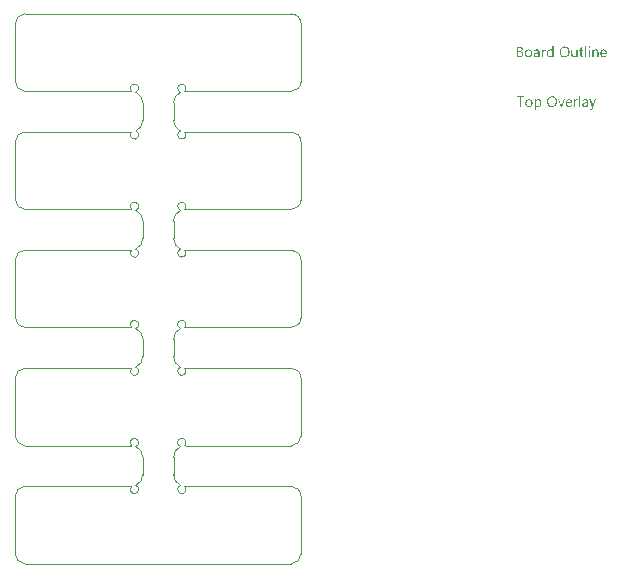
<source format=gto>
G04*
G04 #@! TF.GenerationSoftware,Altium Limited,Altium Designer,21.3.2 (30)*
G04*
G04 Layer_Color=65535*
%FSAX25Y25*%
%MOIN*%
G70*
G04*
G04 #@! TF.SameCoordinates,95C765EB-83B6-4E62-A68E-D1C90A93CB07*
G04*
G04*
G04 #@! TF.FilePolarity,Positive*
G04*
G01*
G75*
%ADD10C,0.00394*%
G36*
X0143757Y0080889D02*
X0143784Y0080883D01*
X0143812Y0080873D01*
X0143843Y0080858D01*
X0143874Y0080839D01*
X0143905Y0080815D01*
X0143908Y0080812D01*
X0143917Y0080802D01*
X0143930Y0080787D01*
X0143945Y0080765D01*
X0143957Y0080737D01*
X0143970Y0080707D01*
X0143979Y0080669D01*
X0143982Y0080629D01*
Y0080623D01*
Y0080611D01*
X0143979Y0080592D01*
X0143973Y0080564D01*
X0143964Y0080537D01*
X0143948Y0080506D01*
X0143930Y0080475D01*
X0143905Y0080444D01*
X0143902Y0080441D01*
X0143893Y0080431D01*
X0143874Y0080419D01*
X0143852Y0080407D01*
X0143825Y0080394D01*
X0143794Y0080382D01*
X0143760Y0080373D01*
X0143719Y0080370D01*
X0143701D01*
X0143682Y0080373D01*
X0143655Y0080379D01*
X0143627Y0080388D01*
X0143596Y0080401D01*
X0143565Y0080416D01*
X0143534Y0080441D01*
X0143531Y0080444D01*
X0143522Y0080453D01*
X0143509Y0080472D01*
X0143497Y0080493D01*
X0143485Y0080518D01*
X0143472Y0080552D01*
X0143463Y0080589D01*
X0143460Y0080629D01*
Y0080635D01*
Y0080648D01*
X0143463Y0080669D01*
X0143469Y0080694D01*
X0143479Y0080725D01*
X0143491Y0080756D01*
X0143509Y0080787D01*
X0143534Y0080815D01*
X0143537Y0080818D01*
X0143546Y0080827D01*
X0143565Y0080839D01*
X0143587Y0080855D01*
X0143614Y0080867D01*
X0143645Y0080879D01*
X0143679Y0080889D01*
X0143719Y0080892D01*
X0143738D01*
X0143757Y0080889D01*
D02*
G37*
G36*
X0131789Y0077224D02*
X0131387D01*
Y0077647D01*
X0131378D01*
X0131375Y0077641D01*
X0131366Y0077626D01*
X0131347Y0077604D01*
X0131325Y0077573D01*
X0131295Y0077536D01*
X0131261Y0077496D01*
X0131217Y0077453D01*
X0131165Y0077406D01*
X0131109Y0077360D01*
X0131044Y0077317D01*
X0130973Y0077277D01*
X0130896Y0077240D01*
X0130813Y0077209D01*
X0130720Y0077187D01*
X0130621Y0077171D01*
X0130516Y0077165D01*
X0130494D01*
X0130470Y0077168D01*
X0130439Y0077171D01*
X0130398Y0077175D01*
X0130352Y0077184D01*
X0130300Y0077193D01*
X0130244Y0077209D01*
X0130185Y0077224D01*
X0130123Y0077249D01*
X0130062Y0077273D01*
X0129997Y0077307D01*
X0129935Y0077345D01*
X0129873Y0077391D01*
X0129815Y0077443D01*
X0129759Y0077502D01*
X0129756Y0077505D01*
X0129746Y0077518D01*
X0129734Y0077536D01*
X0129716Y0077564D01*
X0129694Y0077598D01*
X0129669Y0077638D01*
X0129645Y0077688D01*
X0129620Y0077743D01*
X0129592Y0077805D01*
X0129567Y0077873D01*
X0129543Y0077950D01*
X0129521Y0078031D01*
X0129502Y0078117D01*
X0129490Y0078213D01*
X0129481Y0078312D01*
X0129478Y0078417D01*
Y0078420D01*
Y0078423D01*
Y0078432D01*
Y0078445D01*
X0129481Y0078475D01*
X0129484Y0078519D01*
X0129487Y0078574D01*
X0129493Y0078633D01*
X0129502Y0078701D01*
X0129518Y0078775D01*
X0129533Y0078852D01*
X0129555Y0078936D01*
X0129580Y0079016D01*
X0129611Y0079103D01*
X0129645Y0079183D01*
X0129688Y0079264D01*
X0129734Y0079341D01*
X0129790Y0079415D01*
X0129793Y0079418D01*
X0129805Y0079430D01*
X0129824Y0079449D01*
X0129849Y0079474D01*
X0129879Y0079501D01*
X0129917Y0079535D01*
X0129963Y0079569D01*
X0130012Y0079603D01*
X0130071Y0079637D01*
X0130133Y0079671D01*
X0130201Y0079705D01*
X0130275Y0079733D01*
X0130355Y0079758D01*
X0130442Y0079776D01*
X0130531Y0079789D01*
X0130627Y0079792D01*
X0130649D01*
X0130677Y0079789D01*
X0130711Y0079786D01*
X0130754Y0079779D01*
X0130803Y0079770D01*
X0130856Y0079758D01*
X0130915Y0079742D01*
X0130976Y0079721D01*
X0131038Y0079693D01*
X0131100Y0079659D01*
X0131162Y0079619D01*
X0131220Y0079572D01*
X0131279Y0079520D01*
X0131332Y0079455D01*
X0131378Y0079384D01*
X0131387D01*
Y0080938D01*
X0131789D01*
Y0077224D01*
D02*
G37*
G36*
X0146003Y0079789D02*
X0146031D01*
X0146065Y0079783D01*
X0146105Y0079776D01*
X0146148Y0079770D01*
X0146195Y0079758D01*
X0146244Y0079746D01*
X0146297Y0079727D01*
X0146349Y0079705D01*
X0146402Y0079677D01*
X0146451Y0079647D01*
X0146501Y0079613D01*
X0146547Y0079569D01*
X0146590Y0079523D01*
X0146593Y0079520D01*
X0146599Y0079511D01*
X0146612Y0079495D01*
X0146624Y0079474D01*
X0146640Y0079446D01*
X0146658Y0079412D01*
X0146680Y0079372D01*
X0146701Y0079328D01*
X0146720Y0079276D01*
X0146741Y0079220D01*
X0146760Y0079155D01*
X0146775Y0079087D01*
X0146788Y0079013D01*
X0146800Y0078933D01*
X0146806Y0078849D01*
X0146809Y0078757D01*
Y0077224D01*
X0146408D01*
Y0078655D01*
Y0078658D01*
Y0078664D01*
Y0078673D01*
Y0078689D01*
X0146405Y0078707D01*
Y0078729D01*
X0146398Y0078778D01*
X0146389Y0078840D01*
X0146377Y0078908D01*
X0146358Y0078979D01*
X0146334Y0079053D01*
X0146303Y0079128D01*
X0146266Y0079199D01*
X0146219Y0079267D01*
X0146161Y0079328D01*
X0146096Y0079378D01*
X0146059Y0079399D01*
X0146015Y0079418D01*
X0145972Y0079433D01*
X0145926Y0079443D01*
X0145876Y0079449D01*
X0145824Y0079452D01*
X0145796D01*
X0145774Y0079449D01*
X0145750Y0079446D01*
X0145719Y0079440D01*
X0145685Y0079433D01*
X0145651Y0079424D01*
X0145611Y0079412D01*
X0145570Y0079396D01*
X0145530Y0079378D01*
X0145487Y0079356D01*
X0145447Y0079328D01*
X0145404Y0079298D01*
X0145363Y0079264D01*
X0145326Y0079223D01*
X0145323Y0079220D01*
X0145317Y0079214D01*
X0145308Y0079202D01*
X0145295Y0079183D01*
X0145280Y0079162D01*
X0145264Y0079134D01*
X0145246Y0079103D01*
X0145227Y0079069D01*
X0145209Y0079029D01*
X0145190Y0078985D01*
X0145175Y0078939D01*
X0145159Y0078890D01*
X0145147Y0078834D01*
X0145138Y0078778D01*
X0145132Y0078716D01*
X0145129Y0078655D01*
Y0077224D01*
X0144727D01*
Y0079733D01*
X0145129D01*
Y0079316D01*
X0145138D01*
X0145141Y0079322D01*
X0145150Y0079338D01*
X0145169Y0079359D01*
X0145190Y0079390D01*
X0145221Y0079427D01*
X0145255Y0079467D01*
X0145299Y0079511D01*
X0145348Y0079554D01*
X0145404Y0079597D01*
X0145465Y0079640D01*
X0145533Y0079681D01*
X0145604Y0079718D01*
X0145685Y0079749D01*
X0145771Y0079770D01*
X0145864Y0079786D01*
X0145963Y0079792D01*
X0145981D01*
X0146003Y0079789D01*
D02*
G37*
G36*
X0129027Y0079773D02*
X0129060D01*
X0129098Y0079767D01*
X0129138Y0079761D01*
X0129178Y0079755D01*
X0129212Y0079742D01*
Y0079325D01*
X0129206Y0079328D01*
X0129193Y0079338D01*
X0129169Y0079350D01*
X0129135Y0079365D01*
X0129088Y0079381D01*
X0129039Y0079393D01*
X0128977Y0079403D01*
X0128906Y0079406D01*
X0128881D01*
X0128863Y0079403D01*
X0128841Y0079399D01*
X0128816Y0079393D01*
X0128758Y0079375D01*
X0128724Y0079362D01*
X0128690Y0079347D01*
X0128653Y0079325D01*
X0128616Y0079304D01*
X0128582Y0079276D01*
X0128544Y0079242D01*
X0128510Y0079205D01*
X0128477Y0079162D01*
X0128473Y0079158D01*
X0128470Y0079149D01*
X0128461Y0079137D01*
X0128449Y0079118D01*
X0128436Y0079093D01*
X0128421Y0079063D01*
X0128405Y0079029D01*
X0128390Y0078988D01*
X0128375Y0078945D01*
X0128359Y0078896D01*
X0128344Y0078840D01*
X0128331Y0078781D01*
X0128319Y0078716D01*
X0128310Y0078649D01*
X0128307Y0078578D01*
X0128304Y0078500D01*
Y0077224D01*
X0127902D01*
Y0079733D01*
X0128304D01*
Y0079214D01*
X0128313D01*
Y0079217D01*
X0128316Y0079226D01*
X0128322Y0079239D01*
X0128328Y0079257D01*
X0128338Y0079279D01*
X0128350Y0079307D01*
X0128378Y0079365D01*
X0128415Y0079433D01*
X0128461Y0079501D01*
X0128514Y0079566D01*
X0128575Y0079628D01*
X0128578Y0079631D01*
X0128585Y0079634D01*
X0128594Y0079640D01*
X0128606Y0079653D01*
X0128622Y0079662D01*
X0128643Y0079674D01*
X0128690Y0079702D01*
X0128749Y0079730D01*
X0128816Y0079755D01*
X0128891Y0079770D01*
X0128931Y0079773D01*
X0128971Y0079776D01*
X0128996D01*
X0129027Y0079773D01*
D02*
G37*
G36*
X0139789Y0077224D02*
X0139387D01*
Y0077620D01*
X0139378D01*
X0139375Y0077613D01*
X0139366Y0077601D01*
X0139350Y0077576D01*
X0139332Y0077548D01*
X0139304Y0077514D01*
X0139270Y0077477D01*
X0139233Y0077434D01*
X0139187Y0077394D01*
X0139137Y0077351D01*
X0139078Y0077311D01*
X0139016Y0077270D01*
X0138945Y0077236D01*
X0138868Y0077209D01*
X0138788Y0077184D01*
X0138698Y0077171D01*
X0138602Y0077165D01*
X0138581D01*
X0138565Y0077168D01*
X0138544D01*
X0138519Y0077171D01*
X0138491Y0077178D01*
X0138463Y0077181D01*
X0138395Y0077199D01*
X0138318Y0077221D01*
X0138238Y0077255D01*
X0138198Y0077277D01*
X0138154Y0077298D01*
X0138111Y0077326D01*
X0138071Y0077354D01*
X0138031Y0077388D01*
X0137991Y0077425D01*
X0137951Y0077468D01*
X0137913Y0077511D01*
X0137879Y0077561D01*
X0137845Y0077617D01*
X0137818Y0077675D01*
X0137790Y0077737D01*
X0137765Y0077805D01*
X0137743Y0077879D01*
X0137728Y0077960D01*
X0137716Y0078043D01*
X0137709Y0078136D01*
X0137706Y0078231D01*
Y0079733D01*
X0138105D01*
Y0078296D01*
Y0078293D01*
Y0078287D01*
Y0078278D01*
Y0078262D01*
X0138108Y0078244D01*
Y0078222D01*
X0138114Y0078173D01*
X0138124Y0078111D01*
X0138136Y0078046D01*
X0138157Y0077972D01*
X0138182Y0077901D01*
X0138213Y0077827D01*
X0138253Y0077753D01*
X0138303Y0077688D01*
X0138361Y0077626D01*
X0138433Y0077576D01*
X0138470Y0077555D01*
X0138513Y0077536D01*
X0138559Y0077521D01*
X0138606Y0077511D01*
X0138658Y0077505D01*
X0138714Y0077502D01*
X0138742D01*
X0138763Y0077505D01*
X0138788Y0077508D01*
X0138816Y0077514D01*
X0138850Y0077521D01*
X0138884Y0077530D01*
X0138921Y0077539D01*
X0138961Y0077555D01*
X0139001Y0077573D01*
X0139041Y0077595D01*
X0139081Y0077620D01*
X0139122Y0077647D01*
X0139159Y0077681D01*
X0139196Y0077719D01*
X0139199Y0077722D01*
X0139205Y0077728D01*
X0139214Y0077740D01*
X0139227Y0077759D01*
X0139239Y0077780D01*
X0139258Y0077805D01*
X0139273Y0077836D01*
X0139292Y0077870D01*
X0139310Y0077910D01*
X0139325Y0077953D01*
X0139344Y0078000D01*
X0139356Y0078049D01*
X0139369Y0078105D01*
X0139378Y0078160D01*
X0139384Y0078222D01*
X0139387Y0078287D01*
Y0079733D01*
X0139789D01*
Y0077224D01*
D02*
G37*
G36*
X0143914D02*
X0143512D01*
Y0079733D01*
X0143914D01*
Y0077224D01*
D02*
G37*
G36*
X0142700D02*
X0142298D01*
Y0080938D01*
X0142700D01*
Y0077224D01*
D02*
G37*
G36*
X0126298Y0079789D02*
X0126320D01*
X0126341Y0079786D01*
X0126369Y0079783D01*
X0126400Y0079776D01*
X0126465Y0079764D01*
X0126542Y0079742D01*
X0126620Y0079715D01*
X0126703Y0079674D01*
X0126786Y0079625D01*
X0126827Y0079597D01*
X0126867Y0079563D01*
X0126904Y0079526D01*
X0126941Y0079489D01*
X0126975Y0079446D01*
X0127006Y0079396D01*
X0127037Y0079347D01*
X0127064Y0079291D01*
X0127086Y0079229D01*
X0127108Y0079165D01*
X0127123Y0079097D01*
X0127136Y0079019D01*
X0127142Y0078942D01*
X0127145Y0078856D01*
Y0077224D01*
X0126743D01*
Y0077613D01*
X0126734D01*
X0126731Y0077607D01*
X0126721Y0077595D01*
X0126706Y0077573D01*
X0126684Y0077542D01*
X0126656Y0077508D01*
X0126622Y0077471D01*
X0126585Y0077431D01*
X0126539Y0077391D01*
X0126487Y0077348D01*
X0126431Y0077307D01*
X0126366Y0077270D01*
X0126298Y0077236D01*
X0126221Y0077205D01*
X0126140Y0077184D01*
X0126054Y0077171D01*
X0125961Y0077165D01*
X0125924D01*
X0125900Y0077168D01*
X0125869Y0077171D01*
X0125831Y0077175D01*
X0125791Y0077181D01*
X0125748Y0077190D01*
X0125652Y0077215D01*
X0125606Y0077230D01*
X0125557Y0077249D01*
X0125507Y0077270D01*
X0125461Y0077298D01*
X0125417Y0077329D01*
X0125374Y0077363D01*
X0125371Y0077366D01*
X0125365Y0077372D01*
X0125356Y0077385D01*
X0125340Y0077400D01*
X0125325Y0077419D01*
X0125309Y0077443D01*
X0125288Y0077471D01*
X0125269Y0077502D01*
X0125251Y0077539D01*
X0125232Y0077579D01*
X0125214Y0077623D01*
X0125198Y0077669D01*
X0125183Y0077719D01*
X0125173Y0077771D01*
X0125167Y0077830D01*
X0125164Y0077888D01*
Y0077891D01*
Y0077898D01*
Y0077907D01*
X0125167Y0077919D01*
Y0077935D01*
X0125170Y0077953D01*
X0125176Y0078000D01*
X0125189Y0078055D01*
X0125207Y0078117D01*
X0125232Y0078185D01*
X0125269Y0078256D01*
X0125312Y0078327D01*
X0125365Y0078398D01*
X0125399Y0078432D01*
X0125433Y0078466D01*
X0125473Y0078500D01*
X0125513Y0078531D01*
X0125560Y0078562D01*
X0125609Y0078590D01*
X0125662Y0078615D01*
X0125720Y0078639D01*
X0125782Y0078661D01*
X0125847Y0078680D01*
X0125918Y0078695D01*
X0125992Y0078707D01*
X0126743Y0078812D01*
Y0078815D01*
Y0078819D01*
Y0078828D01*
Y0078840D01*
X0126740Y0078871D01*
X0126734Y0078911D01*
X0126728Y0078961D01*
X0126715Y0079016D01*
X0126700Y0079072D01*
X0126678Y0079134D01*
X0126650Y0079192D01*
X0126616Y0079251D01*
X0126576Y0079304D01*
X0126527Y0079353D01*
X0126465Y0079393D01*
X0126397Y0079424D01*
X0126360Y0079436D01*
X0126317Y0079446D01*
X0126273Y0079449D01*
X0126227Y0079452D01*
X0126205D01*
X0126184Y0079449D01*
X0126150Y0079446D01*
X0126110Y0079443D01*
X0126063Y0079436D01*
X0126011Y0079427D01*
X0125955Y0079415D01*
X0125893Y0079396D01*
X0125828Y0079378D01*
X0125760Y0079353D01*
X0125689Y0079322D01*
X0125618Y0079285D01*
X0125547Y0079245D01*
X0125476Y0079199D01*
X0125408Y0079143D01*
Y0079554D01*
X0125411Y0079557D01*
X0125424Y0079563D01*
X0125445Y0079576D01*
X0125473Y0079591D01*
X0125510Y0079610D01*
X0125550Y0079628D01*
X0125600Y0079650D01*
X0125655Y0079674D01*
X0125714Y0079696D01*
X0125779Y0079718D01*
X0125850Y0079736D01*
X0125924Y0079755D01*
X0126005Y0079770D01*
X0126085Y0079783D01*
X0126171Y0079789D01*
X0126261Y0079792D01*
X0126283D01*
X0126298Y0079789D01*
D02*
G37*
G36*
X0120662Y0080734D02*
X0120699Y0080731D01*
X0120742Y0080725D01*
X0120792Y0080719D01*
X0120847Y0080710D01*
X0120903Y0080697D01*
X0120962Y0080682D01*
X0121023Y0080663D01*
X0121082Y0080642D01*
X0121144Y0080617D01*
X0121200Y0080586D01*
X0121255Y0080552D01*
X0121308Y0080512D01*
X0121311Y0080509D01*
X0121320Y0080503D01*
X0121333Y0080490D01*
X0121348Y0080472D01*
X0121370Y0080450D01*
X0121391Y0080422D01*
X0121416Y0080391D01*
X0121441Y0080357D01*
X0121465Y0080317D01*
X0121490Y0080274D01*
X0121512Y0080225D01*
X0121533Y0080175D01*
X0121549Y0080119D01*
X0121561Y0080061D01*
X0121570Y0079999D01*
X0121573Y0079934D01*
Y0079931D01*
Y0079922D01*
Y0079906D01*
X0121570Y0079885D01*
X0121567Y0079857D01*
X0121564Y0079829D01*
X0121561Y0079795D01*
X0121555Y0079758D01*
X0121533Y0079674D01*
X0121505Y0079588D01*
X0121487Y0079542D01*
X0121465Y0079498D01*
X0121441Y0079455D01*
X0121413Y0079412D01*
X0121410Y0079409D01*
X0121407Y0079403D01*
X0121397Y0079390D01*
X0121382Y0079375D01*
X0121367Y0079359D01*
X0121348Y0079338D01*
X0121323Y0079316D01*
X0121299Y0079291D01*
X0121268Y0079267D01*
X0121234Y0079239D01*
X0121196Y0079214D01*
X0121156Y0079186D01*
X0121113Y0079162D01*
X0121070Y0079140D01*
X0120968Y0079100D01*
Y0079090D01*
X0120971D01*
X0120983Y0079087D01*
X0121002Y0079084D01*
X0121027Y0079081D01*
X0121057Y0079075D01*
X0121091Y0079066D01*
X0121132Y0079053D01*
X0121172Y0079041D01*
X0121261Y0079007D01*
X0121311Y0078985D01*
X0121357Y0078958D01*
X0121404Y0078930D01*
X0121450Y0078899D01*
X0121496Y0078862D01*
X0121536Y0078822D01*
X0121539Y0078819D01*
X0121546Y0078812D01*
X0121555Y0078800D01*
X0121570Y0078781D01*
X0121586Y0078757D01*
X0121604Y0078732D01*
X0121623Y0078698D01*
X0121645Y0078664D01*
X0121663Y0078624D01*
X0121682Y0078578D01*
X0121700Y0078531D01*
X0121716Y0078479D01*
X0121731Y0078420D01*
X0121740Y0078361D01*
X0121747Y0078299D01*
X0121750Y0078231D01*
Y0078225D01*
Y0078213D01*
X0121747Y0078188D01*
X0121743Y0078157D01*
X0121740Y0078117D01*
X0121731Y0078074D01*
X0121722Y0078024D01*
X0121709Y0077972D01*
X0121691Y0077913D01*
X0121669Y0077854D01*
X0121645Y0077796D01*
X0121614Y0077734D01*
X0121577Y0077672D01*
X0121533Y0077613D01*
X0121484Y0077558D01*
X0121425Y0077502D01*
X0121422Y0077499D01*
X0121410Y0077490D01*
X0121391Y0077477D01*
X0121367Y0077459D01*
X0121335Y0077437D01*
X0121295Y0077416D01*
X0121252Y0077388D01*
X0121203Y0077363D01*
X0121144Y0077338D01*
X0121082Y0077314D01*
X0121017Y0077289D01*
X0120943Y0077267D01*
X0120866Y0077249D01*
X0120785Y0077236D01*
X0120699Y0077227D01*
X0120609Y0077224D01*
X0119587D01*
Y0080737D01*
X0120628D01*
X0120662Y0080734D01*
D02*
G37*
G36*
X0141130Y0079733D02*
X0141763D01*
Y0079387D01*
X0141130D01*
Y0077975D01*
Y0077972D01*
Y0077963D01*
Y0077950D01*
Y0077935D01*
X0141133Y0077913D01*
X0141136Y0077888D01*
X0141142Y0077836D01*
X0141152Y0077774D01*
X0141167Y0077715D01*
X0141189Y0077660D01*
X0141201Y0077635D01*
X0141217Y0077613D01*
X0141220Y0077610D01*
X0141232Y0077598D01*
X0141254Y0077579D01*
X0141285Y0077561D01*
X0141325Y0077539D01*
X0141374Y0077524D01*
X0141433Y0077511D01*
X0141501Y0077505D01*
X0141526D01*
X0141553Y0077508D01*
X0141590Y0077514D01*
X0141631Y0077527D01*
X0141677Y0077539D01*
X0141720Y0077561D01*
X0141763Y0077589D01*
Y0077246D01*
X0141760D01*
X0141757Y0077243D01*
X0141748Y0077240D01*
X0141739Y0077233D01*
X0141705Y0077221D01*
X0141665Y0077209D01*
X0141609Y0077196D01*
X0141544Y0077184D01*
X0141470Y0077175D01*
X0141387Y0077171D01*
X0141359D01*
X0141325Y0077178D01*
X0141285Y0077184D01*
X0141235Y0077193D01*
X0141180Y0077212D01*
X0141118Y0077233D01*
X0141059Y0077264D01*
X0140997Y0077301D01*
X0140935Y0077351D01*
X0140880Y0077409D01*
X0140855Y0077443D01*
X0140830Y0077481D01*
X0140809Y0077521D01*
X0140790Y0077564D01*
X0140772Y0077610D01*
X0140756Y0077663D01*
X0140744Y0077715D01*
X0140735Y0077774D01*
X0140732Y0077836D01*
X0140728Y0077904D01*
Y0079387D01*
X0140299D01*
Y0079733D01*
X0140728D01*
Y0080345D01*
X0141130Y0080475D01*
Y0079733D01*
D02*
G37*
G36*
X0148599Y0079789D02*
X0148633Y0079786D01*
X0148676Y0079783D01*
X0148722Y0079776D01*
X0148775Y0079764D01*
X0148830Y0079752D01*
X0148892Y0079736D01*
X0148954Y0079715D01*
X0149016Y0079687D01*
X0149081Y0079656D01*
X0149143Y0079619D01*
X0149201Y0079576D01*
X0149260Y0079526D01*
X0149312Y0079470D01*
X0149316Y0079467D01*
X0149325Y0079455D01*
X0149337Y0079436D01*
X0149356Y0079412D01*
X0149374Y0079381D01*
X0149399Y0079341D01*
X0149424Y0079294D01*
X0149448Y0079242D01*
X0149473Y0079180D01*
X0149498Y0079115D01*
X0149522Y0079041D01*
X0149541Y0078964D01*
X0149560Y0078877D01*
X0149572Y0078788D01*
X0149581Y0078689D01*
X0149584Y0078587D01*
Y0078377D01*
X0147811D01*
Y0078370D01*
Y0078358D01*
X0147814Y0078337D01*
X0147817Y0078309D01*
X0147820Y0078272D01*
X0147826Y0078231D01*
X0147832Y0078188D01*
X0147845Y0078139D01*
X0147872Y0078034D01*
X0147891Y0077981D01*
X0147913Y0077925D01*
X0147937Y0077873D01*
X0147965Y0077820D01*
X0147999Y0077774D01*
X0148036Y0077728D01*
X0148039Y0077725D01*
X0148046Y0077719D01*
X0148058Y0077706D01*
X0148076Y0077694D01*
X0148098Y0077675D01*
X0148126Y0077657D01*
X0148157Y0077635D01*
X0148191Y0077617D01*
X0148231Y0077595D01*
X0148277Y0077573D01*
X0148324Y0077555D01*
X0148379Y0077536D01*
X0148435Y0077524D01*
X0148497Y0077511D01*
X0148562Y0077505D01*
X0148629Y0077502D01*
X0148648D01*
X0148670Y0077505D01*
X0148701D01*
X0148738Y0077511D01*
X0148781Y0077518D01*
X0148830Y0077527D01*
X0148886Y0077536D01*
X0148945Y0077552D01*
X0149006Y0077570D01*
X0149071Y0077592D01*
X0149136Y0077620D01*
X0149204Y0077650D01*
X0149272Y0077688D01*
X0149340Y0077731D01*
X0149408Y0077780D01*
Y0077403D01*
X0149405Y0077400D01*
X0149393Y0077394D01*
X0149374Y0077382D01*
X0149349Y0077366D01*
X0149316Y0077348D01*
X0149275Y0077329D01*
X0149229Y0077307D01*
X0149176Y0077286D01*
X0149115Y0077261D01*
X0149050Y0077240D01*
X0148979Y0077221D01*
X0148901Y0077202D01*
X0148818Y0077187D01*
X0148728Y0077175D01*
X0148633Y0077168D01*
X0148534Y0077165D01*
X0148509D01*
X0148484Y0077168D01*
X0148447Y0077171D01*
X0148401Y0077175D01*
X0148348Y0077184D01*
X0148293Y0077193D01*
X0148231Y0077209D01*
X0148166Y0077227D01*
X0148098Y0077249D01*
X0148027Y0077277D01*
X0147959Y0077307D01*
X0147888Y0077348D01*
X0147823Y0077394D01*
X0147758Y0077447D01*
X0147699Y0077505D01*
X0147696Y0077508D01*
X0147687Y0077521D01*
X0147672Y0077542D01*
X0147653Y0077570D01*
X0147628Y0077604D01*
X0147604Y0077647D01*
X0147576Y0077697D01*
X0147548Y0077756D01*
X0147520Y0077817D01*
X0147492Y0077891D01*
X0147468Y0077969D01*
X0147443Y0078055D01*
X0147424Y0078148D01*
X0147409Y0078247D01*
X0147400Y0078355D01*
X0147397Y0078466D01*
Y0078469D01*
Y0078472D01*
Y0078482D01*
Y0078491D01*
X0147400Y0078522D01*
X0147403Y0078565D01*
X0147406Y0078615D01*
X0147415Y0078670D01*
X0147424Y0078735D01*
X0147437Y0078806D01*
X0147455Y0078880D01*
X0147477Y0078958D01*
X0147505Y0079038D01*
X0147536Y0079118D01*
X0147573Y0079195D01*
X0147619Y0079276D01*
X0147669Y0079350D01*
X0147727Y0079421D01*
X0147730Y0079424D01*
X0147743Y0079436D01*
X0147761Y0079455D01*
X0147786Y0079480D01*
X0147820Y0079508D01*
X0147860Y0079539D01*
X0147903Y0079572D01*
X0147956Y0079606D01*
X0148012Y0079640D01*
X0148076Y0079674D01*
X0148144Y0079705D01*
X0148215Y0079733D01*
X0148293Y0079758D01*
X0148376Y0079776D01*
X0148463Y0079789D01*
X0148552Y0079792D01*
X0148574D01*
X0148599Y0079789D01*
D02*
G37*
G36*
X0135556Y0080793D02*
X0135577D01*
X0135599Y0080790D01*
X0135627D01*
X0135689Y0080781D01*
X0135760Y0080771D01*
X0135840Y0080756D01*
X0135926Y0080734D01*
X0136016Y0080710D01*
X0136112Y0080676D01*
X0136208Y0080635D01*
X0136307Y0080589D01*
X0136406Y0080533D01*
X0136498Y0080469D01*
X0136591Y0080391D01*
X0136677Y0080305D01*
X0136684Y0080299D01*
X0136696Y0080283D01*
X0136718Y0080255D01*
X0136749Y0080215D01*
X0136779Y0080166D01*
X0136820Y0080107D01*
X0136860Y0080039D01*
X0136900Y0079962D01*
X0136940Y0079872D01*
X0136980Y0079776D01*
X0137020Y0079671D01*
X0137054Y0079557D01*
X0137082Y0079433D01*
X0137104Y0079304D01*
X0137116Y0079168D01*
X0137122Y0079023D01*
Y0079019D01*
Y0079013D01*
Y0079001D01*
Y0078985D01*
X0137119Y0078964D01*
Y0078939D01*
X0137116Y0078911D01*
Y0078880D01*
X0137113Y0078846D01*
X0137110Y0078809D01*
X0137098Y0078726D01*
X0137085Y0078630D01*
X0137067Y0078531D01*
X0137042Y0078423D01*
X0137011Y0078312D01*
X0136974Y0078201D01*
X0136931Y0078086D01*
X0136878Y0077975D01*
X0136817Y0077864D01*
X0136745Y0077762D01*
X0136665Y0077663D01*
X0136659Y0077657D01*
X0136643Y0077641D01*
X0136619Y0077617D01*
X0136582Y0077586D01*
X0136535Y0077548D01*
X0136480Y0077505D01*
X0136418Y0077462D01*
X0136344Y0077416D01*
X0136260Y0077369D01*
X0136168Y0077323D01*
X0136069Y0077280D01*
X0135960Y0077243D01*
X0135843Y0077212D01*
X0135720Y0077187D01*
X0135587Y0077171D01*
X0135448Y0077165D01*
X0135414D01*
X0135398Y0077168D01*
X0135377D01*
X0135352Y0077171D01*
X0135324Y0077175D01*
X0135259Y0077181D01*
X0135188Y0077190D01*
X0135105Y0077205D01*
X0135018Y0077227D01*
X0134922Y0077252D01*
X0134827Y0077286D01*
X0134728Y0077326D01*
X0134626Y0077372D01*
X0134527Y0077428D01*
X0134431Y0077496D01*
X0134335Y0077570D01*
X0134249Y0077657D01*
X0134242Y0077663D01*
X0134230Y0077678D01*
X0134209Y0077706D01*
X0134178Y0077746D01*
X0134144Y0077796D01*
X0134107Y0077854D01*
X0134066Y0077922D01*
X0134026Y0078003D01*
X0133983Y0078089D01*
X0133943Y0078185D01*
X0133906Y0078290D01*
X0133872Y0078404D01*
X0133841Y0078528D01*
X0133819Y0078658D01*
X0133807Y0078794D01*
X0133801Y0078939D01*
Y0078942D01*
Y0078948D01*
Y0078961D01*
Y0078976D01*
X0133804Y0078998D01*
Y0079019D01*
X0133807Y0079047D01*
Y0079078D01*
X0133810Y0079112D01*
X0133816Y0079152D01*
X0133825Y0079233D01*
X0133838Y0079325D01*
X0133859Y0079424D01*
X0133881Y0079532D01*
X0133912Y0079640D01*
X0133949Y0079752D01*
X0133992Y0079866D01*
X0134045Y0079977D01*
X0134107Y0080085D01*
X0134178Y0080190D01*
X0134258Y0080289D01*
X0134264Y0080295D01*
X0134280Y0080311D01*
X0134304Y0080336D01*
X0134341Y0080370D01*
X0134388Y0080407D01*
X0134446Y0080450D01*
X0134511Y0080496D01*
X0134585Y0080543D01*
X0134672Y0080589D01*
X0134765Y0080635D01*
X0134867Y0080679D01*
X0134978Y0080716D01*
X0135098Y0080750D01*
X0135225Y0080774D01*
X0135361Y0080790D01*
X0135506Y0080796D01*
X0135537D01*
X0135556Y0080793D01*
D02*
G37*
G36*
X0123570Y0079789D02*
X0123610Y0079786D01*
X0123656Y0079783D01*
X0123712Y0079773D01*
X0123770Y0079764D01*
X0123835Y0079749D01*
X0123906Y0079730D01*
X0123977Y0079708D01*
X0124049Y0079681D01*
X0124123Y0079647D01*
X0124194Y0079606D01*
X0124265Y0079560D01*
X0124330Y0079508D01*
X0124392Y0079446D01*
X0124395Y0079443D01*
X0124404Y0079430D01*
X0124419Y0079409D01*
X0124441Y0079381D01*
X0124466Y0079347D01*
X0124490Y0079304D01*
X0124521Y0079254D01*
X0124549Y0079195D01*
X0124580Y0079131D01*
X0124608Y0079059D01*
X0124633Y0078982D01*
X0124657Y0078896D01*
X0124679Y0078803D01*
X0124694Y0078704D01*
X0124704Y0078599D01*
X0124707Y0078488D01*
Y0078485D01*
Y0078482D01*
Y0078472D01*
Y0078460D01*
X0124704Y0078429D01*
X0124701Y0078389D01*
X0124697Y0078337D01*
X0124688Y0078278D01*
X0124679Y0078213D01*
X0124663Y0078142D01*
X0124645Y0078068D01*
X0124623Y0077987D01*
X0124595Y0077907D01*
X0124565Y0077827D01*
X0124524Y0077746D01*
X0124478Y0077669D01*
X0124425Y0077595D01*
X0124367Y0077524D01*
X0124364Y0077521D01*
X0124351Y0077508D01*
X0124333Y0077490D01*
X0124305Y0077468D01*
X0124271Y0077440D01*
X0124231Y0077409D01*
X0124181Y0077379D01*
X0124126Y0077345D01*
X0124064Y0077311D01*
X0123996Y0077280D01*
X0123922Y0077249D01*
X0123842Y0077221D01*
X0123752Y0077199D01*
X0123659Y0077181D01*
X0123563Y0077168D01*
X0123458Y0077165D01*
X0123434D01*
X0123406Y0077168D01*
X0123366Y0077171D01*
X0123319Y0077175D01*
X0123264Y0077184D01*
X0123205Y0077193D01*
X0123140Y0077209D01*
X0123069Y0077227D01*
X0122998Y0077252D01*
X0122924Y0077280D01*
X0122850Y0077314D01*
X0122775Y0077354D01*
X0122701Y0077400D01*
X0122633Y0077453D01*
X0122569Y0077514D01*
X0122565Y0077518D01*
X0122553Y0077530D01*
X0122538Y0077552D01*
X0122516Y0077579D01*
X0122491Y0077613D01*
X0122463Y0077657D01*
X0122436Y0077706D01*
X0122405Y0077765D01*
X0122374Y0077827D01*
X0122343Y0077898D01*
X0122315Y0077975D01*
X0122290Y0078058D01*
X0122269Y0078145D01*
X0122253Y0078241D01*
X0122241Y0078343D01*
X0122238Y0078448D01*
Y0078451D01*
Y0078454D01*
Y0078463D01*
Y0078475D01*
X0122241Y0078509D01*
X0122244Y0078553D01*
X0122247Y0078605D01*
X0122256Y0078667D01*
X0122266Y0078735D01*
X0122281Y0078809D01*
X0122300Y0078886D01*
X0122321Y0078967D01*
X0122349Y0079050D01*
X0122383Y0079134D01*
X0122423Y0079214D01*
X0122467Y0079291D01*
X0122519Y0079365D01*
X0122581Y0079436D01*
X0122584Y0079440D01*
X0122596Y0079452D01*
X0122618Y0079470D01*
X0122646Y0079492D01*
X0122680Y0079520D01*
X0122723Y0079548D01*
X0122772Y0079582D01*
X0122828Y0079616D01*
X0122890Y0079647D01*
X0122961Y0079681D01*
X0123038Y0079708D01*
X0123122Y0079736D01*
X0123211Y0079758D01*
X0123307Y0079776D01*
X0123409Y0079789D01*
X0123517Y0079792D01*
X0123542D01*
X0123570Y0079789D01*
D02*
G37*
G36*
X0126789Y0063194D02*
X0126823Y0063191D01*
X0126864Y0063188D01*
X0126910Y0063178D01*
X0126962Y0063169D01*
X0127021Y0063154D01*
X0127080Y0063135D01*
X0127142Y0063114D01*
X0127204Y0063086D01*
X0127268Y0063055D01*
X0127330Y0063015D01*
X0127389Y0062968D01*
X0127448Y0062916D01*
X0127500Y0062857D01*
X0127503Y0062854D01*
X0127513Y0062842D01*
X0127525Y0062823D01*
X0127543Y0062795D01*
X0127562Y0062761D01*
X0127587Y0062721D01*
X0127611Y0062672D01*
X0127636Y0062619D01*
X0127661Y0062557D01*
X0127685Y0062489D01*
X0127710Y0062415D01*
X0127729Y0062335D01*
X0127747Y0062248D01*
X0127760Y0062156D01*
X0127769Y0062057D01*
X0127772Y0061955D01*
Y0061952D01*
Y0061949D01*
Y0061939D01*
Y0061927D01*
X0127769Y0061893D01*
X0127766Y0061850D01*
X0127763Y0061797D01*
X0127757Y0061735D01*
X0127747Y0061667D01*
X0127735Y0061593D01*
X0127716Y0061516D01*
X0127698Y0061433D01*
X0127673Y0061349D01*
X0127642Y0061266D01*
X0127608Y0061182D01*
X0127568Y0061099D01*
X0127519Y0061022D01*
X0127466Y0060948D01*
X0127463Y0060944D01*
X0127451Y0060932D01*
X0127435Y0060913D01*
X0127410Y0060889D01*
X0127380Y0060861D01*
X0127342Y0060827D01*
X0127296Y0060793D01*
X0127247Y0060759D01*
X0127191Y0060725D01*
X0127126Y0060691D01*
X0127058Y0060657D01*
X0126984Y0060629D01*
X0126904Y0060605D01*
X0126817Y0060586D01*
X0126725Y0060574D01*
X0126629Y0060571D01*
X0126607D01*
X0126582Y0060574D01*
X0126548Y0060577D01*
X0126508Y0060583D01*
X0126462Y0060592D01*
X0126409Y0060605D01*
X0126351Y0060623D01*
X0126292Y0060645D01*
X0126230Y0060672D01*
X0126168Y0060706D01*
X0126103Y0060747D01*
X0126042Y0060796D01*
X0125983Y0060852D01*
X0125927Y0060917D01*
X0125875Y0060991D01*
X0125865D01*
Y0059477D01*
X0125464D01*
Y0063138D01*
X0125865D01*
Y0062696D01*
X0125875D01*
X0125878Y0062703D01*
X0125890Y0062718D01*
X0125906Y0062743D01*
X0125930Y0062774D01*
X0125961Y0062814D01*
X0125998Y0062854D01*
X0126045Y0062900D01*
X0126094Y0062947D01*
X0126153Y0062993D01*
X0126218Y0063039D01*
X0126289Y0063080D01*
X0126366Y0063120D01*
X0126450Y0063151D01*
X0126542Y0063175D01*
X0126638Y0063191D01*
X0126743Y0063197D01*
X0126765D01*
X0126789Y0063194D01*
D02*
G37*
G36*
X0139724Y0063178D02*
X0139758D01*
X0139795Y0063172D01*
X0139835Y0063166D01*
X0139875Y0063160D01*
X0139910Y0063148D01*
Y0062730D01*
X0139903Y0062734D01*
X0139891Y0062743D01*
X0139866Y0062755D01*
X0139832Y0062771D01*
X0139786Y0062786D01*
X0139736Y0062798D01*
X0139675Y0062808D01*
X0139604Y0062811D01*
X0139579D01*
X0139560Y0062808D01*
X0139539Y0062805D01*
X0139514Y0062798D01*
X0139455Y0062780D01*
X0139421Y0062767D01*
X0139387Y0062752D01*
X0139350Y0062730D01*
X0139313Y0062709D01*
X0139279Y0062681D01*
X0139242Y0062647D01*
X0139208Y0062610D01*
X0139174Y0062567D01*
X0139171Y0062564D01*
X0139168Y0062554D01*
X0139159Y0062542D01*
X0139146Y0062523D01*
X0139134Y0062499D01*
X0139119Y0062468D01*
X0139103Y0062434D01*
X0139088Y0062394D01*
X0139072Y0062350D01*
X0139057Y0062301D01*
X0139041Y0062245D01*
X0139029Y0062187D01*
X0139016Y0062122D01*
X0139007Y0062054D01*
X0139004Y0061983D01*
X0139001Y0061905D01*
Y0060629D01*
X0138599D01*
Y0063138D01*
X0139001D01*
Y0062619D01*
X0139010D01*
Y0062622D01*
X0139013Y0062631D01*
X0139020Y0062644D01*
X0139026Y0062662D01*
X0139035Y0062684D01*
X0139047Y0062712D01*
X0139075Y0062771D01*
X0139112Y0062839D01*
X0139159Y0062906D01*
X0139211Y0062971D01*
X0139273Y0063033D01*
X0139276Y0063036D01*
X0139282Y0063039D01*
X0139292Y0063046D01*
X0139304Y0063058D01*
X0139319Y0063067D01*
X0139341Y0063080D01*
X0139387Y0063107D01*
X0139446Y0063135D01*
X0139514Y0063160D01*
X0139588Y0063175D01*
X0139628Y0063178D01*
X0139669Y0063182D01*
X0139693D01*
X0139724Y0063178D01*
D02*
G37*
G36*
X0144956Y0060228D02*
Y0060224D01*
X0144952Y0060218D01*
X0144946Y0060209D01*
X0144940Y0060194D01*
X0144934Y0060175D01*
X0144925Y0060156D01*
X0144900Y0060107D01*
X0144866Y0060048D01*
X0144829Y0059980D01*
X0144782Y0059912D01*
X0144730Y0059838D01*
X0144671Y0059767D01*
X0144606Y0059696D01*
X0144535Y0059628D01*
X0144458Y0059569D01*
X0144375Y0059520D01*
X0144331Y0059501D01*
X0144285Y0059483D01*
X0144239Y0059467D01*
X0144189Y0059458D01*
X0144140Y0059452D01*
X0144087Y0059449D01*
X0144062D01*
X0144032Y0059452D01*
X0143994D01*
X0143954Y0059458D01*
X0143911Y0059464D01*
X0143865Y0059470D01*
X0143825Y0059483D01*
Y0059841D01*
X0143831Y0059838D01*
X0143846Y0059835D01*
X0143871Y0059829D01*
X0143902Y0059820D01*
X0143939Y0059810D01*
X0143979Y0059804D01*
X0144022Y0059801D01*
X0144062Y0059798D01*
X0144075D01*
X0144090Y0059801D01*
X0144112Y0059804D01*
X0144137Y0059810D01*
X0144168Y0059816D01*
X0144199Y0059829D01*
X0144236Y0059844D01*
X0144270Y0059863D01*
X0144310Y0059888D01*
X0144347Y0059915D01*
X0144384Y0059949D01*
X0144421Y0059993D01*
X0144458Y0060039D01*
X0144489Y0060095D01*
X0144520Y0060159D01*
X0144721Y0060632D01*
X0143741Y0063138D01*
X0144186D01*
X0144866Y0061207D01*
Y0061204D01*
X0144869Y0061198D01*
X0144872Y0061189D01*
X0144878Y0061170D01*
X0144884Y0061145D01*
X0144891Y0061111D01*
X0144903Y0061068D01*
X0144915Y0061015D01*
X0144931D01*
Y0061019D01*
X0144934Y0061028D01*
X0144937Y0061040D01*
X0144943Y0061062D01*
X0144949Y0061086D01*
X0144956Y0061117D01*
X0144968Y0061158D01*
X0144980Y0061201D01*
X0145694Y0063138D01*
X0146108D01*
X0144956Y0060228D01*
D02*
G37*
G36*
X0134545Y0060629D02*
X0134150D01*
X0133201Y0063138D01*
X0133640D01*
X0134280Y0061315D01*
Y0061312D01*
X0134283Y0061306D01*
X0134286Y0061297D01*
X0134292Y0061281D01*
X0134298Y0061263D01*
X0134304Y0061244D01*
X0134317Y0061195D01*
X0134332Y0061142D01*
X0134347Y0061083D01*
X0134357Y0061022D01*
X0134366Y0060963D01*
X0134375D01*
Y0060966D01*
Y0060972D01*
X0134378Y0060982D01*
X0134381Y0060994D01*
Y0061012D01*
X0134388Y0061031D01*
X0134394Y0061077D01*
X0134406Y0061130D01*
X0134419Y0061185D01*
X0134437Y0061244D01*
X0134456Y0061303D01*
X0135120Y0063138D01*
X0135543D01*
X0134545Y0060629D01*
D02*
G37*
G36*
X0142508Y0063194D02*
X0142530D01*
X0142552Y0063191D01*
X0142579Y0063188D01*
X0142610Y0063182D01*
X0142675Y0063169D01*
X0142752Y0063148D01*
X0142830Y0063120D01*
X0142913Y0063080D01*
X0142997Y0063030D01*
X0143037Y0063002D01*
X0143077Y0062968D01*
X0143114Y0062931D01*
X0143151Y0062894D01*
X0143185Y0062851D01*
X0143216Y0062801D01*
X0143247Y0062752D01*
X0143274Y0062696D01*
X0143296Y0062635D01*
X0143318Y0062570D01*
X0143333Y0062502D01*
X0143346Y0062424D01*
X0143352Y0062347D01*
X0143355Y0062261D01*
Y0060629D01*
X0142953D01*
Y0061019D01*
X0142944D01*
X0142941Y0061012D01*
X0142932Y0061000D01*
X0142916Y0060978D01*
X0142894Y0060948D01*
X0142867Y0060913D01*
X0142833Y0060876D01*
X0142796Y0060836D01*
X0142749Y0060796D01*
X0142697Y0060753D01*
X0142641Y0060713D01*
X0142576Y0060676D01*
X0142508Y0060642D01*
X0142431Y0060611D01*
X0142351Y0060589D01*
X0142264Y0060577D01*
X0142171Y0060571D01*
X0142134D01*
X0142110Y0060574D01*
X0142079Y0060577D01*
X0142042Y0060580D01*
X0142001Y0060586D01*
X0141958Y0060595D01*
X0141862Y0060620D01*
X0141816Y0060635D01*
X0141767Y0060654D01*
X0141717Y0060676D01*
X0141671Y0060703D01*
X0141628Y0060734D01*
X0141584Y0060768D01*
X0141581Y0060771D01*
X0141575Y0060777D01*
X0141566Y0060790D01*
X0141550Y0060805D01*
X0141535Y0060824D01*
X0141519Y0060849D01*
X0141498Y0060876D01*
X0141479Y0060907D01*
X0141461Y0060944D01*
X0141442Y0060985D01*
X0141424Y0061028D01*
X0141408Y0061074D01*
X0141393Y0061124D01*
X0141384Y0061176D01*
X0141377Y0061235D01*
X0141374Y0061294D01*
Y0061297D01*
Y0061303D01*
Y0061312D01*
X0141377Y0061325D01*
Y0061340D01*
X0141380Y0061358D01*
X0141387Y0061405D01*
X0141399Y0061460D01*
X0141418Y0061522D01*
X0141442Y0061590D01*
X0141479Y0061661D01*
X0141523Y0061732D01*
X0141575Y0061803D01*
X0141609Y0061837D01*
X0141643Y0061871D01*
X0141683Y0061905D01*
X0141723Y0061936D01*
X0141770Y0061967D01*
X0141819Y0061995D01*
X0141872Y0062020D01*
X0141930Y0062044D01*
X0141992Y0062066D01*
X0142057Y0062085D01*
X0142128Y0062100D01*
X0142202Y0062112D01*
X0142953Y0062217D01*
Y0062221D01*
Y0062224D01*
Y0062233D01*
Y0062245D01*
X0142950Y0062276D01*
X0142944Y0062316D01*
X0142938Y0062366D01*
X0142925Y0062421D01*
X0142910Y0062477D01*
X0142888Y0062539D01*
X0142860Y0062598D01*
X0142826Y0062656D01*
X0142786Y0062709D01*
X0142737Y0062758D01*
X0142675Y0062798D01*
X0142607Y0062829D01*
X0142570Y0062842D01*
X0142527Y0062851D01*
X0142483Y0062854D01*
X0142437Y0062857D01*
X0142415D01*
X0142394Y0062854D01*
X0142360Y0062851D01*
X0142320Y0062848D01*
X0142273Y0062842D01*
X0142221Y0062832D01*
X0142165Y0062820D01*
X0142103Y0062801D01*
X0142039Y0062783D01*
X0141971Y0062758D01*
X0141900Y0062727D01*
X0141828Y0062690D01*
X0141757Y0062650D01*
X0141686Y0062604D01*
X0141618Y0062548D01*
Y0062959D01*
X0141621Y0062962D01*
X0141634Y0062968D01*
X0141655Y0062981D01*
X0141683Y0062996D01*
X0141720Y0063015D01*
X0141760Y0063033D01*
X0141810Y0063055D01*
X0141866Y0063080D01*
X0141924Y0063101D01*
X0141989Y0063123D01*
X0142060Y0063141D01*
X0142134Y0063160D01*
X0142215Y0063175D01*
X0142295Y0063188D01*
X0142382Y0063194D01*
X0142471Y0063197D01*
X0142493D01*
X0142508Y0063194D01*
D02*
G37*
G36*
X0140747Y0060629D02*
X0140345D01*
Y0064343D01*
X0140747D01*
Y0060629D01*
D02*
G37*
G36*
X0122025Y0063769D02*
X0121011D01*
Y0060629D01*
X0120600D01*
Y0063769D01*
X0119587D01*
Y0064143D01*
X0122025D01*
Y0063769D01*
D02*
G37*
G36*
X0137008Y0063194D02*
X0137042Y0063191D01*
X0137085Y0063188D01*
X0137132Y0063182D01*
X0137184Y0063169D01*
X0137240Y0063157D01*
X0137302Y0063141D01*
X0137363Y0063120D01*
X0137425Y0063092D01*
X0137490Y0063061D01*
X0137552Y0063024D01*
X0137611Y0062981D01*
X0137669Y0062931D01*
X0137722Y0062876D01*
X0137725Y0062872D01*
X0137734Y0062860D01*
X0137747Y0062842D01*
X0137765Y0062817D01*
X0137784Y0062786D01*
X0137808Y0062746D01*
X0137833Y0062700D01*
X0137858Y0062647D01*
X0137882Y0062585D01*
X0137907Y0062520D01*
X0137932Y0062446D01*
X0137951Y0062369D01*
X0137969Y0062282D01*
X0137981Y0062193D01*
X0137991Y0062094D01*
X0137994Y0061992D01*
Y0061782D01*
X0136220D01*
Y0061776D01*
Y0061763D01*
X0136223Y0061742D01*
X0136226Y0061714D01*
X0136229Y0061677D01*
X0136235Y0061637D01*
X0136242Y0061593D01*
X0136254Y0061544D01*
X0136282Y0061439D01*
X0136300Y0061386D01*
X0136322Y0061331D01*
X0136347Y0061278D01*
X0136375Y0061226D01*
X0136409Y0061179D01*
X0136446Y0061133D01*
X0136449Y0061130D01*
X0136455Y0061124D01*
X0136467Y0061111D01*
X0136486Y0061099D01*
X0136507Y0061080D01*
X0136535Y0061062D01*
X0136566Y0061040D01*
X0136600Y0061022D01*
X0136640Y0061000D01*
X0136687Y0060978D01*
X0136733Y0060960D01*
X0136789Y0060941D01*
X0136844Y0060929D01*
X0136906Y0060917D01*
X0136971Y0060910D01*
X0137039Y0060907D01*
X0137057D01*
X0137079Y0060910D01*
X0137110D01*
X0137147Y0060917D01*
X0137190Y0060923D01*
X0137240Y0060932D01*
X0137295Y0060941D01*
X0137354Y0060957D01*
X0137416Y0060975D01*
X0137481Y0060997D01*
X0137546Y0061025D01*
X0137614Y0061056D01*
X0137682Y0061093D01*
X0137750Y0061136D01*
X0137818Y0061185D01*
Y0060808D01*
X0137814Y0060805D01*
X0137802Y0060799D01*
X0137784Y0060787D01*
X0137759Y0060771D01*
X0137725Y0060753D01*
X0137685Y0060734D01*
X0137638Y0060713D01*
X0137586Y0060691D01*
X0137524Y0060666D01*
X0137459Y0060645D01*
X0137388Y0060626D01*
X0137311Y0060608D01*
X0137227Y0060592D01*
X0137138Y0060580D01*
X0137042Y0060574D01*
X0136943Y0060571D01*
X0136918D01*
X0136894Y0060574D01*
X0136857Y0060577D01*
X0136810Y0060580D01*
X0136758Y0060589D01*
X0136702Y0060598D01*
X0136640Y0060614D01*
X0136575Y0060632D01*
X0136507Y0060654D01*
X0136436Y0060682D01*
X0136368Y0060713D01*
X0136297Y0060753D01*
X0136232Y0060799D01*
X0136168Y0060852D01*
X0136109Y0060910D01*
X0136106Y0060913D01*
X0136097Y0060926D01*
X0136081Y0060948D01*
X0136063Y0060975D01*
X0136038Y0061009D01*
X0136013Y0061053D01*
X0135985Y0061102D01*
X0135957Y0061161D01*
X0135930Y0061222D01*
X0135902Y0061297D01*
X0135877Y0061374D01*
X0135852Y0061460D01*
X0135834Y0061553D01*
X0135818Y0061652D01*
X0135809Y0061760D01*
X0135806Y0061871D01*
Y0061875D01*
Y0061878D01*
Y0061887D01*
Y0061896D01*
X0135809Y0061927D01*
X0135812Y0061970D01*
X0135815Y0062020D01*
X0135825Y0062075D01*
X0135834Y0062140D01*
X0135846Y0062211D01*
X0135865Y0062285D01*
X0135886Y0062363D01*
X0135914Y0062443D01*
X0135945Y0062523D01*
X0135982Y0062601D01*
X0136029Y0062681D01*
X0136078Y0062755D01*
X0136137Y0062826D01*
X0136140Y0062829D01*
X0136152Y0062842D01*
X0136171Y0062860D01*
X0136195Y0062885D01*
X0136229Y0062913D01*
X0136269Y0062944D01*
X0136313Y0062978D01*
X0136365Y0063012D01*
X0136421Y0063046D01*
X0136486Y0063080D01*
X0136554Y0063111D01*
X0136625Y0063138D01*
X0136702Y0063163D01*
X0136785Y0063182D01*
X0136872Y0063194D01*
X0136962Y0063197D01*
X0136983D01*
X0137008Y0063194D01*
D02*
G37*
G36*
X0131369Y0064198D02*
X0131390D01*
X0131412Y0064195D01*
X0131440D01*
X0131502Y0064186D01*
X0131573Y0064176D01*
X0131653Y0064161D01*
X0131740Y0064139D01*
X0131829Y0064115D01*
X0131925Y0064081D01*
X0132021Y0064041D01*
X0132120Y0063994D01*
X0132219Y0063939D01*
X0132311Y0063874D01*
X0132404Y0063797D01*
X0132491Y0063710D01*
X0132497Y0063704D01*
X0132509Y0063688D01*
X0132531Y0063661D01*
X0132562Y0063620D01*
X0132592Y0063571D01*
X0132633Y0063512D01*
X0132673Y0063444D01*
X0132713Y0063367D01*
X0132753Y0063277D01*
X0132793Y0063182D01*
X0132833Y0063077D01*
X0132867Y0062962D01*
X0132895Y0062839D01*
X0132917Y0062709D01*
X0132929Y0062573D01*
X0132935Y0062428D01*
Y0062424D01*
Y0062418D01*
Y0062406D01*
Y0062391D01*
X0132932Y0062369D01*
Y0062344D01*
X0132929Y0062316D01*
Y0062285D01*
X0132926Y0062251D01*
X0132923Y0062214D01*
X0132911Y0062131D01*
X0132898Y0062035D01*
X0132880Y0061936D01*
X0132855Y0061828D01*
X0132824Y0061717D01*
X0132787Y0061606D01*
X0132744Y0061491D01*
X0132691Y0061380D01*
X0132630Y0061269D01*
X0132558Y0061167D01*
X0132478Y0061068D01*
X0132472Y0061062D01*
X0132457Y0061046D01*
X0132432Y0061022D01*
X0132395Y0060991D01*
X0132348Y0060954D01*
X0132293Y0060910D01*
X0132231Y0060867D01*
X0132157Y0060821D01*
X0132073Y0060774D01*
X0131981Y0060728D01*
X0131882Y0060685D01*
X0131774Y0060648D01*
X0131656Y0060617D01*
X0131533Y0060592D01*
X0131400Y0060577D01*
X0131261Y0060571D01*
X0131227D01*
X0131211Y0060574D01*
X0131190D01*
X0131165Y0060577D01*
X0131137Y0060580D01*
X0131072Y0060586D01*
X0131001Y0060595D01*
X0130918Y0060611D01*
X0130831Y0060632D01*
X0130735Y0060657D01*
X0130640Y0060691D01*
X0130541Y0060731D01*
X0130439Y0060777D01*
X0130340Y0060833D01*
X0130244Y0060901D01*
X0130148Y0060975D01*
X0130062Y0061062D01*
X0130055Y0061068D01*
X0130043Y0061083D01*
X0130022Y0061111D01*
X0129991Y0061151D01*
X0129957Y0061201D01*
X0129920Y0061260D01*
X0129879Y0061327D01*
X0129839Y0061408D01*
X0129796Y0061494D01*
X0129756Y0061590D01*
X0129719Y0061695D01*
X0129685Y0061810D01*
X0129654Y0061933D01*
X0129632Y0062063D01*
X0129620Y0062199D01*
X0129614Y0062344D01*
Y0062347D01*
Y0062353D01*
Y0062366D01*
Y0062381D01*
X0129617Y0062403D01*
Y0062424D01*
X0129620Y0062452D01*
Y0062483D01*
X0129623Y0062517D01*
X0129629Y0062557D01*
X0129638Y0062638D01*
X0129651Y0062730D01*
X0129672Y0062829D01*
X0129694Y0062937D01*
X0129725Y0063046D01*
X0129762Y0063157D01*
X0129805Y0063271D01*
X0129858Y0063382D01*
X0129920Y0063490D01*
X0129991Y0063596D01*
X0130071Y0063695D01*
X0130077Y0063701D01*
X0130093Y0063716D01*
X0130117Y0063741D01*
X0130154Y0063775D01*
X0130201Y0063812D01*
X0130260Y0063855D01*
X0130324Y0063902D01*
X0130398Y0063948D01*
X0130485Y0063994D01*
X0130578Y0064041D01*
X0130680Y0064084D01*
X0130791Y0064121D01*
X0130912Y0064155D01*
X0131038Y0064180D01*
X0131174Y0064195D01*
X0131319Y0064201D01*
X0131350D01*
X0131369Y0064198D01*
D02*
G37*
G36*
X0123684Y0063194D02*
X0123724Y0063191D01*
X0123770Y0063188D01*
X0123826Y0063178D01*
X0123885Y0063169D01*
X0123950Y0063154D01*
X0124021Y0063135D01*
X0124092Y0063114D01*
X0124163Y0063086D01*
X0124237Y0063052D01*
X0124308Y0063012D01*
X0124379Y0062965D01*
X0124444Y0062913D01*
X0124506Y0062851D01*
X0124509Y0062848D01*
X0124518Y0062836D01*
X0124534Y0062814D01*
X0124555Y0062786D01*
X0124580Y0062752D01*
X0124605Y0062709D01*
X0124636Y0062659D01*
X0124663Y0062601D01*
X0124694Y0062536D01*
X0124722Y0062465D01*
X0124747Y0062387D01*
X0124772Y0062301D01*
X0124793Y0062208D01*
X0124809Y0062109D01*
X0124818Y0062004D01*
X0124821Y0061893D01*
Y0061890D01*
Y0061887D01*
Y0061878D01*
Y0061865D01*
X0124818Y0061834D01*
X0124815Y0061794D01*
X0124812Y0061742D01*
X0124802Y0061683D01*
X0124793Y0061618D01*
X0124778Y0061547D01*
X0124759Y0061473D01*
X0124738Y0061392D01*
X0124710Y0061312D01*
X0124679Y0061232D01*
X0124639Y0061151D01*
X0124592Y0061074D01*
X0124540Y0061000D01*
X0124481Y0060929D01*
X0124478Y0060926D01*
X0124466Y0060913D01*
X0124447Y0060895D01*
X0124419Y0060873D01*
X0124385Y0060846D01*
X0124345Y0060815D01*
X0124296Y0060784D01*
X0124240Y0060750D01*
X0124178Y0060716D01*
X0124110Y0060685D01*
X0124036Y0060654D01*
X0123956Y0060626D01*
X0123866Y0060605D01*
X0123774Y0060586D01*
X0123678Y0060574D01*
X0123573Y0060571D01*
X0123548D01*
X0123520Y0060574D01*
X0123480Y0060577D01*
X0123434Y0060580D01*
X0123378Y0060589D01*
X0123319Y0060598D01*
X0123254Y0060614D01*
X0123183Y0060632D01*
X0123112Y0060657D01*
X0123038Y0060685D01*
X0122964Y0060719D01*
X0122890Y0060759D01*
X0122816Y0060805D01*
X0122748Y0060858D01*
X0122683Y0060920D01*
X0122680Y0060923D01*
X0122667Y0060935D01*
X0122652Y0060957D01*
X0122630Y0060985D01*
X0122606Y0061019D01*
X0122578Y0061062D01*
X0122550Y0061111D01*
X0122519Y0061170D01*
X0122488Y0061232D01*
X0122457Y0061303D01*
X0122429Y0061380D01*
X0122405Y0061463D01*
X0122383Y0061550D01*
X0122368Y0061646D01*
X0122355Y0061748D01*
X0122352Y0061853D01*
Y0061856D01*
Y0061859D01*
Y0061868D01*
Y0061881D01*
X0122355Y0061915D01*
X0122358Y0061958D01*
X0122361Y0062010D01*
X0122371Y0062072D01*
X0122380Y0062140D01*
X0122395Y0062214D01*
X0122414Y0062292D01*
X0122436Y0062372D01*
X0122463Y0062455D01*
X0122497Y0062539D01*
X0122538Y0062619D01*
X0122581Y0062696D01*
X0122633Y0062771D01*
X0122695Y0062842D01*
X0122698Y0062845D01*
X0122711Y0062857D01*
X0122732Y0062876D01*
X0122760Y0062897D01*
X0122794Y0062925D01*
X0122837Y0062953D01*
X0122887Y0062987D01*
X0122942Y0063021D01*
X0123004Y0063052D01*
X0123075Y0063086D01*
X0123152Y0063114D01*
X0123236Y0063141D01*
X0123326Y0063163D01*
X0123421Y0063182D01*
X0123523Y0063194D01*
X0123631Y0063197D01*
X0123656D01*
X0123684Y0063194D01*
D02*
G37*
%LPC*%
G36*
X0130677Y0079452D02*
X0130661D01*
X0130643Y0079449D01*
X0130615D01*
X0130584Y0079443D01*
X0130550Y0079436D01*
X0130510Y0079430D01*
X0130466Y0079418D01*
X0130420Y0079406D01*
X0130374Y0079387D01*
X0130327Y0079365D01*
X0130278Y0079338D01*
X0130232Y0079307D01*
X0130185Y0079273D01*
X0130139Y0079229D01*
X0130099Y0079183D01*
X0130096Y0079180D01*
X0130089Y0079171D01*
X0130080Y0079155D01*
X0130065Y0079134D01*
X0130049Y0079106D01*
X0130034Y0079072D01*
X0130012Y0079035D01*
X0129994Y0078988D01*
X0129975Y0078939D01*
X0129957Y0078883D01*
X0129938Y0078822D01*
X0129923Y0078757D01*
X0129907Y0078683D01*
X0129898Y0078608D01*
X0129892Y0078525D01*
X0129889Y0078438D01*
Y0078432D01*
Y0078420D01*
Y0078395D01*
X0129892Y0078367D01*
X0129895Y0078330D01*
X0129898Y0078287D01*
X0129904Y0078241D01*
X0129913Y0078188D01*
X0129938Y0078080D01*
X0129954Y0078021D01*
X0129972Y0077966D01*
X0129997Y0077910D01*
X0130025Y0077854D01*
X0130055Y0077802D01*
X0130089Y0077753D01*
X0130093Y0077749D01*
X0130099Y0077743D01*
X0130111Y0077731D01*
X0130127Y0077712D01*
X0130148Y0077694D01*
X0130173Y0077672D01*
X0130201Y0077650D01*
X0130235Y0077629D01*
X0130272Y0077604D01*
X0130312Y0077583D01*
X0130355Y0077561D01*
X0130405Y0077542D01*
X0130457Y0077527D01*
X0130513Y0077514D01*
X0130572Y0077505D01*
X0130633Y0077502D01*
X0130649D01*
X0130667Y0077505D01*
X0130689D01*
X0130717Y0077508D01*
X0130751Y0077514D01*
X0130788Y0077524D01*
X0130828Y0077533D01*
X0130871Y0077545D01*
X0130915Y0077561D01*
X0130961Y0077579D01*
X0131004Y0077604D01*
X0131051Y0077632D01*
X0131094Y0077663D01*
X0131137Y0077700D01*
X0131177Y0077743D01*
X0131180Y0077746D01*
X0131186Y0077756D01*
X0131196Y0077768D01*
X0131211Y0077786D01*
X0131227Y0077811D01*
X0131245Y0077839D01*
X0131264Y0077873D01*
X0131282Y0077913D01*
X0131301Y0077953D01*
X0131322Y0078000D01*
X0131338Y0078052D01*
X0131353Y0078105D01*
X0131369Y0078163D01*
X0131378Y0078225D01*
X0131384Y0078290D01*
X0131387Y0078358D01*
Y0078726D01*
Y0078729D01*
Y0078738D01*
Y0078757D01*
X0131384Y0078778D01*
X0131381Y0078803D01*
X0131378Y0078834D01*
X0131372Y0078868D01*
X0131363Y0078905D01*
X0131338Y0078985D01*
X0131322Y0079029D01*
X0131304Y0079072D01*
X0131279Y0079115D01*
X0131251Y0079158D01*
X0131220Y0079202D01*
X0131186Y0079242D01*
X0131183Y0079245D01*
X0131177Y0079251D01*
X0131165Y0079260D01*
X0131149Y0079276D01*
X0131131Y0079291D01*
X0131106Y0079310D01*
X0131078Y0079328D01*
X0131047Y0079347D01*
X0131013Y0079365D01*
X0130973Y0079387D01*
X0130933Y0079403D01*
X0130887Y0079418D01*
X0130837Y0079433D01*
X0130788Y0079443D01*
X0130732Y0079449D01*
X0130677Y0079452D01*
D02*
G37*
G36*
X0126743Y0078491D02*
X0126137Y0078408D01*
X0126134D01*
X0126125Y0078404D01*
X0126110D01*
X0126091Y0078401D01*
X0126069Y0078395D01*
X0126042Y0078389D01*
X0125980Y0078377D01*
X0125912Y0078358D01*
X0125844Y0078333D01*
X0125776Y0078303D01*
X0125745Y0078287D01*
X0125717Y0078268D01*
X0125711Y0078262D01*
X0125696Y0078250D01*
X0125671Y0078225D01*
X0125646Y0078188D01*
X0125621Y0078139D01*
X0125609Y0078111D01*
X0125597Y0078080D01*
X0125587Y0078046D01*
X0125581Y0078006D01*
X0125578Y0077966D01*
X0125575Y0077919D01*
Y0077916D01*
Y0077910D01*
Y0077901D01*
X0125578Y0077888D01*
X0125581Y0077854D01*
X0125591Y0077811D01*
X0125606Y0077765D01*
X0125631Y0077712D01*
X0125662Y0077663D01*
X0125705Y0077617D01*
X0125708D01*
X0125711Y0077610D01*
X0125730Y0077598D01*
X0125757Y0077579D01*
X0125797Y0077561D01*
X0125850Y0077539D01*
X0125909Y0077521D01*
X0125980Y0077508D01*
X0126057Y0077502D01*
X0126085D01*
X0126107Y0077505D01*
X0126131Y0077508D01*
X0126162Y0077514D01*
X0126193Y0077521D01*
X0126230Y0077530D01*
X0126307Y0077555D01*
X0126347Y0077570D01*
X0126391Y0077592D01*
X0126431Y0077617D01*
X0126471Y0077644D01*
X0126511Y0077675D01*
X0126548Y0077712D01*
X0126551Y0077715D01*
X0126558Y0077722D01*
X0126567Y0077734D01*
X0126579Y0077749D01*
X0126595Y0077771D01*
X0126610Y0077796D01*
X0126629Y0077824D01*
X0126647Y0077858D01*
X0126663Y0077895D01*
X0126681Y0077935D01*
X0126697Y0077978D01*
X0126712Y0078024D01*
X0126725Y0078074D01*
X0126734Y0078126D01*
X0126740Y0078182D01*
X0126743Y0078241D01*
Y0078491D01*
D02*
G37*
G36*
X0120532Y0080364D02*
X0119998D01*
Y0079229D01*
X0120452D01*
X0120473Y0079233D01*
X0120501Y0079236D01*
X0120535Y0079239D01*
X0120572Y0079242D01*
X0120613Y0079251D01*
X0120696Y0079270D01*
X0120785Y0079298D01*
X0120829Y0079316D01*
X0120872Y0079338D01*
X0120912Y0079362D01*
X0120949Y0079390D01*
X0120952Y0079393D01*
X0120959Y0079396D01*
X0120968Y0079409D01*
X0120980Y0079421D01*
X0120996Y0079436D01*
X0121011Y0079458D01*
X0121030Y0079483D01*
X0121048Y0079511D01*
X0121064Y0079542D01*
X0121082Y0079576D01*
X0121098Y0079613D01*
X0121113Y0079653D01*
X0121125Y0079699D01*
X0121135Y0079746D01*
X0121141Y0079798D01*
X0121144Y0079851D01*
Y0079857D01*
Y0079872D01*
X0121141Y0079897D01*
X0121135Y0079931D01*
X0121122Y0079971D01*
X0121110Y0080014D01*
X0121088Y0080061D01*
X0121061Y0080107D01*
X0121023Y0080156D01*
X0120980Y0080203D01*
X0120925Y0080246D01*
X0120860Y0080283D01*
X0120823Y0080302D01*
X0120782Y0080317D01*
X0120739Y0080330D01*
X0120693Y0080342D01*
X0120643Y0080351D01*
X0120588Y0080357D01*
X0120532Y0080364D01*
D02*
G37*
G36*
X0120470Y0078859D02*
X0119998D01*
Y0077595D01*
X0120591D01*
X0120616Y0077598D01*
X0120647Y0077601D01*
X0120680Y0077604D01*
X0120721Y0077610D01*
X0120764Y0077617D01*
X0120853Y0077635D01*
X0120946Y0077666D01*
X0120993Y0077688D01*
X0121036Y0077709D01*
X0121076Y0077734D01*
X0121116Y0077765D01*
X0121119Y0077768D01*
X0121125Y0077774D01*
X0121135Y0077783D01*
X0121147Y0077796D01*
X0121162Y0077814D01*
X0121181Y0077836D01*
X0121196Y0077861D01*
X0121218Y0077888D01*
X0121237Y0077922D01*
X0121252Y0077956D01*
X0121271Y0077997D01*
X0121286Y0078037D01*
X0121299Y0078083D01*
X0121308Y0078132D01*
X0121314Y0078182D01*
X0121317Y0078238D01*
Y0078241D01*
Y0078244D01*
Y0078253D01*
X0121314Y0078265D01*
X0121311Y0078296D01*
X0121305Y0078333D01*
X0121292Y0078383D01*
X0121274Y0078435D01*
X0121246Y0078491D01*
X0121212Y0078550D01*
X0121166Y0078605D01*
X0121141Y0078633D01*
X0121110Y0078661D01*
X0121079Y0078689D01*
X0121042Y0078714D01*
X0121002Y0078738D01*
X0120959Y0078763D01*
X0120912Y0078781D01*
X0120863Y0078800D01*
X0120807Y0078819D01*
X0120748Y0078831D01*
X0120687Y0078843D01*
X0120619Y0078852D01*
X0120548Y0078856D01*
X0120470Y0078859D01*
D02*
G37*
G36*
X0148546Y0079452D02*
X0148518D01*
X0148500Y0079449D01*
X0148475Y0079446D01*
X0148444Y0079443D01*
X0148413Y0079436D01*
X0148379Y0079427D01*
X0148302Y0079403D01*
X0148262Y0079387D01*
X0148222Y0079365D01*
X0148181Y0079344D01*
X0148138Y0079316D01*
X0148101Y0079285D01*
X0148061Y0079248D01*
X0148058Y0079245D01*
X0148052Y0079239D01*
X0148042Y0079226D01*
X0148030Y0079211D01*
X0148015Y0079189D01*
X0147996Y0079168D01*
X0147977Y0079137D01*
X0147956Y0079106D01*
X0147934Y0079069D01*
X0147916Y0079029D01*
X0147894Y0078985D01*
X0147876Y0078939D01*
X0147857Y0078886D01*
X0147842Y0078834D01*
X0147826Y0078775D01*
X0147817Y0078716D01*
X0149173D01*
Y0078720D01*
Y0078732D01*
Y0078750D01*
X0149170Y0078775D01*
X0149167Y0078803D01*
X0149164Y0078837D01*
X0149158Y0078874D01*
X0149152Y0078914D01*
X0149130Y0079001D01*
X0149099Y0079093D01*
X0149081Y0079137D01*
X0149059Y0079180D01*
X0149034Y0079220D01*
X0149003Y0079257D01*
X0149000Y0079260D01*
X0148997Y0079267D01*
X0148988Y0079276D01*
X0148972Y0079288D01*
X0148957Y0079304D01*
X0148935Y0079319D01*
X0148914Y0079338D01*
X0148886Y0079356D01*
X0148855Y0079372D01*
X0148821Y0079390D01*
X0148781Y0079406D01*
X0148741Y0079421D01*
X0148697Y0079433D01*
X0148651Y0079443D01*
X0148599Y0079449D01*
X0148546Y0079452D01*
D02*
G37*
G36*
X0135475Y0080422D02*
X0135451D01*
X0135423Y0080419D01*
X0135383Y0080416D01*
X0135336Y0080410D01*
X0135281Y0080401D01*
X0135222Y0080388D01*
X0135157Y0080373D01*
X0135086Y0080351D01*
X0135012Y0080326D01*
X0134938Y0080292D01*
X0134864Y0080255D01*
X0134786Y0080209D01*
X0134715Y0080156D01*
X0134644Y0080095D01*
X0134576Y0080024D01*
X0134573Y0080020D01*
X0134561Y0080005D01*
X0134545Y0079983D01*
X0134524Y0079953D01*
X0134496Y0079912D01*
X0134468Y0079863D01*
X0134437Y0079807D01*
X0134406Y0079742D01*
X0134372Y0079671D01*
X0134341Y0079591D01*
X0134314Y0079505D01*
X0134286Y0079412D01*
X0134264Y0079313D01*
X0134249Y0079205D01*
X0134236Y0079093D01*
X0134233Y0078973D01*
Y0078970D01*
Y0078967D01*
Y0078958D01*
Y0078945D01*
Y0078930D01*
X0134236Y0078911D01*
X0134239Y0078865D01*
X0134242Y0078809D01*
X0134252Y0078747D01*
X0134261Y0078676D01*
X0134276Y0078599D01*
X0134292Y0078519D01*
X0134317Y0078432D01*
X0134341Y0078346D01*
X0134375Y0078259D01*
X0134412Y0078173D01*
X0134459Y0078086D01*
X0134511Y0078006D01*
X0134570Y0077929D01*
X0134573Y0077925D01*
X0134585Y0077913D01*
X0134604Y0077891D01*
X0134632Y0077867D01*
X0134666Y0077836D01*
X0134706Y0077805D01*
X0134752Y0077768D01*
X0134805Y0077731D01*
X0134867Y0077694D01*
X0134932Y0077660D01*
X0135006Y0077626D01*
X0135083Y0077595D01*
X0135166Y0077570D01*
X0135256Y0077552D01*
X0135349Y0077536D01*
X0135448Y0077533D01*
X0135472D01*
X0135503Y0077536D01*
X0135543Y0077539D01*
X0135593Y0077545D01*
X0135648Y0077552D01*
X0135710Y0077564D01*
X0135778Y0077579D01*
X0135849Y0077601D01*
X0135923Y0077626D01*
X0136001Y0077657D01*
X0136075Y0077694D01*
X0136152Y0077734D01*
X0136223Y0077786D01*
X0136294Y0077845D01*
X0136359Y0077910D01*
X0136362Y0077913D01*
X0136375Y0077929D01*
X0136390Y0077950D01*
X0136412Y0077981D01*
X0136436Y0078018D01*
X0136464Y0078065D01*
X0136495Y0078120D01*
X0136526Y0078185D01*
X0136557Y0078256D01*
X0136588Y0078333D01*
X0136616Y0078420D01*
X0136640Y0078516D01*
X0136662Y0078618D01*
X0136677Y0078726D01*
X0136690Y0078843D01*
X0136693Y0078967D01*
Y0078970D01*
Y0078976D01*
Y0078985D01*
Y0078998D01*
Y0079013D01*
X0136690Y0079035D01*
X0136687Y0079081D01*
X0136684Y0079140D01*
X0136674Y0079208D01*
X0136665Y0079282D01*
X0136653Y0079362D01*
X0136634Y0079446D01*
X0136612Y0079535D01*
X0136588Y0079625D01*
X0136557Y0079715D01*
X0136520Y0079801D01*
X0136477Y0079888D01*
X0136427Y0079968D01*
X0136368Y0080042D01*
X0136365Y0080045D01*
X0136353Y0080058D01*
X0136334Y0080076D01*
X0136310Y0080101D01*
X0136276Y0080132D01*
X0136235Y0080163D01*
X0136189Y0080197D01*
X0136137Y0080234D01*
X0136075Y0080268D01*
X0136007Y0080302D01*
X0135936Y0080336D01*
X0135855Y0080364D01*
X0135769Y0080388D01*
X0135676Y0080407D01*
X0135580Y0080419D01*
X0135475Y0080422D01*
D02*
G37*
G36*
X0123486Y0079452D02*
X0123471D01*
X0123449Y0079449D01*
X0123421D01*
X0123390Y0079443D01*
X0123353Y0079440D01*
X0123310Y0079430D01*
X0123264Y0079418D01*
X0123217Y0079406D01*
X0123168Y0079387D01*
X0123115Y0079365D01*
X0123066Y0079341D01*
X0123013Y0079310D01*
X0122964Y0079276D01*
X0122918Y0079236D01*
X0122874Y0079189D01*
X0122871Y0079186D01*
X0122865Y0079177D01*
X0122853Y0079162D01*
X0122840Y0079140D01*
X0122822Y0079115D01*
X0122803Y0079081D01*
X0122782Y0079044D01*
X0122763Y0079001D01*
X0122741Y0078951D01*
X0122720Y0078896D01*
X0122701Y0078837D01*
X0122683Y0078772D01*
X0122670Y0078701D01*
X0122658Y0078627D01*
X0122652Y0078547D01*
X0122649Y0078463D01*
Y0078457D01*
Y0078445D01*
X0122652Y0078420D01*
Y0078389D01*
X0122655Y0078352D01*
X0122661Y0078309D01*
X0122667Y0078259D01*
X0122677Y0078207D01*
X0122689Y0078151D01*
X0122704Y0078096D01*
X0122723Y0078037D01*
X0122745Y0077978D01*
X0122769Y0077919D01*
X0122800Y0077864D01*
X0122834Y0077808D01*
X0122874Y0077759D01*
X0122878Y0077756D01*
X0122884Y0077746D01*
X0122899Y0077734D01*
X0122918Y0077719D01*
X0122939Y0077700D01*
X0122967Y0077678D01*
X0123001Y0077654D01*
X0123038Y0077632D01*
X0123078Y0077607D01*
X0123125Y0077583D01*
X0123174Y0077561D01*
X0123230Y0077542D01*
X0123288Y0077527D01*
X0123350Y0077514D01*
X0123415Y0077505D01*
X0123486Y0077502D01*
X0123505D01*
X0123523Y0077505D01*
X0123551D01*
X0123582Y0077511D01*
X0123619Y0077514D01*
X0123662Y0077524D01*
X0123709Y0077533D01*
X0123755Y0077545D01*
X0123804Y0077564D01*
X0123854Y0077583D01*
X0123903Y0077607D01*
X0123953Y0077635D01*
X0123999Y0077669D01*
X0124046Y0077709D01*
X0124086Y0077753D01*
X0124089Y0077756D01*
X0124095Y0077765D01*
X0124104Y0077780D01*
X0124120Y0077799D01*
X0124135Y0077827D01*
X0124154Y0077858D01*
X0124172Y0077895D01*
X0124191Y0077938D01*
X0124209Y0077987D01*
X0124231Y0078040D01*
X0124246Y0078098D01*
X0124262Y0078163D01*
X0124277Y0078231D01*
X0124286Y0078309D01*
X0124293Y0078389D01*
X0124296Y0078472D01*
Y0078479D01*
Y0078494D01*
Y0078519D01*
X0124293Y0078550D01*
X0124290Y0078590D01*
X0124283Y0078633D01*
X0124277Y0078686D01*
X0124271Y0078738D01*
X0124243Y0078856D01*
X0124228Y0078914D01*
X0124206Y0078976D01*
X0124185Y0079035D01*
X0124154Y0079090D01*
X0124123Y0079146D01*
X0124086Y0079195D01*
X0124083Y0079199D01*
X0124076Y0079208D01*
X0124064Y0079220D01*
X0124046Y0079236D01*
X0124024Y0079254D01*
X0123999Y0079276D01*
X0123968Y0079300D01*
X0123931Y0079325D01*
X0123891Y0079347D01*
X0123848Y0079372D01*
X0123798Y0079393D01*
X0123746Y0079412D01*
X0123687Y0079427D01*
X0123625Y0079440D01*
X0123557Y0079449D01*
X0123486Y0079452D01*
D02*
G37*
G36*
X0126644Y0062857D02*
X0126610D01*
X0126585Y0062854D01*
X0126555Y0062851D01*
X0126521Y0062845D01*
X0126484Y0062836D01*
X0126440Y0062826D01*
X0126397Y0062814D01*
X0126351Y0062798D01*
X0126304Y0062777D01*
X0126258Y0062755D01*
X0126212Y0062727D01*
X0126165Y0062693D01*
X0126119Y0062656D01*
X0126079Y0062613D01*
X0126076Y0062610D01*
X0126069Y0062601D01*
X0126060Y0062588D01*
X0126045Y0062570D01*
X0126029Y0062545D01*
X0126011Y0062517D01*
X0125992Y0062483D01*
X0125974Y0062446D01*
X0125952Y0062403D01*
X0125934Y0062357D01*
X0125915Y0062307D01*
X0125900Y0062251D01*
X0125884Y0062193D01*
X0125875Y0062134D01*
X0125869Y0062069D01*
X0125865Y0062001D01*
Y0061652D01*
Y0061649D01*
Y0061640D01*
Y0061621D01*
X0125869Y0061599D01*
X0125872Y0061572D01*
X0125875Y0061541D01*
X0125881Y0061507D01*
X0125890Y0061470D01*
X0125915Y0061386D01*
X0125930Y0061343D01*
X0125949Y0061297D01*
X0125974Y0061253D01*
X0126001Y0061207D01*
X0126032Y0061164D01*
X0126066Y0061124D01*
X0126069Y0061120D01*
X0126076Y0061114D01*
X0126088Y0061105D01*
X0126103Y0061090D01*
X0126122Y0061074D01*
X0126147Y0061056D01*
X0126174Y0061037D01*
X0126208Y0061015D01*
X0126242Y0060997D01*
X0126283Y0060975D01*
X0126326Y0060957D01*
X0126369Y0060941D01*
X0126419Y0060926D01*
X0126471Y0060917D01*
X0126527Y0060910D01*
X0126582Y0060907D01*
X0126598D01*
X0126616Y0060910D01*
X0126644D01*
X0126672Y0060917D01*
X0126709Y0060923D01*
X0126749Y0060932D01*
X0126789Y0060941D01*
X0126836Y0060957D01*
X0126882Y0060975D01*
X0126928Y0060997D01*
X0126978Y0061025D01*
X0127024Y0061056D01*
X0127071Y0061093D01*
X0127114Y0061136D01*
X0127154Y0061185D01*
X0127157Y0061189D01*
X0127163Y0061198D01*
X0127173Y0061213D01*
X0127188Y0061238D01*
X0127204Y0061266D01*
X0127219Y0061300D01*
X0127237Y0061343D01*
X0127259Y0061389D01*
X0127278Y0061442D01*
X0127296Y0061501D01*
X0127312Y0061562D01*
X0127330Y0061633D01*
X0127342Y0061708D01*
X0127352Y0061788D01*
X0127358Y0061875D01*
X0127361Y0061964D01*
Y0061970D01*
Y0061983D01*
Y0062004D01*
X0127358Y0062032D01*
X0127355Y0062069D01*
X0127352Y0062109D01*
X0127346Y0062153D01*
X0127336Y0062202D01*
X0127315Y0062307D01*
X0127299Y0062363D01*
X0127278Y0062415D01*
X0127256Y0062471D01*
X0127231Y0062523D01*
X0127200Y0062573D01*
X0127166Y0062619D01*
X0127163Y0062622D01*
X0127157Y0062628D01*
X0127148Y0062641D01*
X0127132Y0062656D01*
X0127111Y0062675D01*
X0127089Y0062693D01*
X0127061Y0062715D01*
X0127030Y0062740D01*
X0126993Y0062761D01*
X0126956Y0062783D01*
X0126913Y0062801D01*
X0126867Y0062820D01*
X0126814Y0062836D01*
X0126762Y0062848D01*
X0126706Y0062854D01*
X0126644Y0062857D01*
D02*
G37*
G36*
X0142953Y0061896D02*
X0142348Y0061813D01*
X0142344D01*
X0142335Y0061810D01*
X0142320D01*
X0142301Y0061806D01*
X0142280Y0061800D01*
X0142252Y0061794D01*
X0142190Y0061782D01*
X0142122Y0061763D01*
X0142054Y0061739D01*
X0141986Y0061708D01*
X0141955Y0061692D01*
X0141927Y0061674D01*
X0141921Y0061667D01*
X0141906Y0061655D01*
X0141881Y0061630D01*
X0141856Y0061593D01*
X0141832Y0061544D01*
X0141819Y0061516D01*
X0141807Y0061485D01*
X0141797Y0061451D01*
X0141791Y0061411D01*
X0141788Y0061371D01*
X0141785Y0061325D01*
Y0061321D01*
Y0061315D01*
Y0061306D01*
X0141788Y0061294D01*
X0141791Y0061260D01*
X0141801Y0061216D01*
X0141816Y0061170D01*
X0141841Y0061117D01*
X0141872Y0061068D01*
X0141915Y0061022D01*
X0141918D01*
X0141921Y0061015D01*
X0141940Y0061003D01*
X0141967Y0060985D01*
X0142008Y0060966D01*
X0142060Y0060944D01*
X0142119Y0060926D01*
X0142190Y0060913D01*
X0142267Y0060907D01*
X0142295D01*
X0142317Y0060910D01*
X0142341Y0060913D01*
X0142372Y0060920D01*
X0142403Y0060926D01*
X0142440Y0060935D01*
X0142517Y0060960D01*
X0142558Y0060975D01*
X0142601Y0060997D01*
X0142641Y0061022D01*
X0142681Y0061049D01*
X0142721Y0061080D01*
X0142759Y0061117D01*
X0142762Y0061120D01*
X0142768Y0061127D01*
X0142777Y0061139D01*
X0142789Y0061155D01*
X0142805Y0061176D01*
X0142820Y0061201D01*
X0142839Y0061229D01*
X0142857Y0061263D01*
X0142873Y0061300D01*
X0142891Y0061340D01*
X0142907Y0061383D01*
X0142922Y0061430D01*
X0142935Y0061479D01*
X0142944Y0061532D01*
X0142950Y0061587D01*
X0142953Y0061646D01*
Y0061896D01*
D02*
G37*
G36*
X0136955Y0062857D02*
X0136928D01*
X0136909Y0062854D01*
X0136884Y0062851D01*
X0136854Y0062848D01*
X0136823Y0062842D01*
X0136789Y0062832D01*
X0136711Y0062808D01*
X0136671Y0062792D01*
X0136631Y0062771D01*
X0136591Y0062749D01*
X0136548Y0062721D01*
X0136511Y0062690D01*
X0136470Y0062653D01*
X0136467Y0062650D01*
X0136461Y0062644D01*
X0136452Y0062631D01*
X0136440Y0062616D01*
X0136424Y0062594D01*
X0136406Y0062573D01*
X0136387Y0062542D01*
X0136365Y0062511D01*
X0136344Y0062474D01*
X0136325Y0062434D01*
X0136303Y0062391D01*
X0136285Y0062344D01*
X0136266Y0062292D01*
X0136251Y0062239D01*
X0136235Y0062180D01*
X0136226Y0062122D01*
X0137583D01*
Y0062125D01*
Y0062137D01*
Y0062156D01*
X0137580Y0062180D01*
X0137577Y0062208D01*
X0137574Y0062242D01*
X0137567Y0062279D01*
X0137561Y0062319D01*
X0137540Y0062406D01*
X0137509Y0062499D01*
X0137490Y0062542D01*
X0137468Y0062585D01*
X0137444Y0062625D01*
X0137413Y0062662D01*
X0137410Y0062665D01*
X0137407Y0062672D01*
X0137397Y0062681D01*
X0137382Y0062693D01*
X0137366Y0062709D01*
X0137345Y0062724D01*
X0137323Y0062743D01*
X0137295Y0062761D01*
X0137265Y0062777D01*
X0137231Y0062795D01*
X0137190Y0062811D01*
X0137150Y0062826D01*
X0137107Y0062839D01*
X0137061Y0062848D01*
X0137008Y0062854D01*
X0136955Y0062857D01*
D02*
G37*
G36*
X0131288Y0063827D02*
X0131264D01*
X0131236Y0063824D01*
X0131196Y0063821D01*
X0131149Y0063815D01*
X0131094Y0063806D01*
X0131035Y0063793D01*
X0130970Y0063778D01*
X0130899Y0063756D01*
X0130825Y0063732D01*
X0130751Y0063698D01*
X0130677Y0063661D01*
X0130599Y0063614D01*
X0130528Y0063562D01*
X0130457Y0063500D01*
X0130389Y0063429D01*
X0130386Y0063426D01*
X0130374Y0063410D01*
X0130358Y0063389D01*
X0130337Y0063358D01*
X0130309Y0063318D01*
X0130281Y0063268D01*
X0130250Y0063212D01*
X0130219Y0063148D01*
X0130185Y0063077D01*
X0130154Y0062996D01*
X0130127Y0062910D01*
X0130099Y0062817D01*
X0130077Y0062718D01*
X0130062Y0062610D01*
X0130049Y0062499D01*
X0130046Y0062378D01*
Y0062375D01*
Y0062372D01*
Y0062363D01*
Y0062350D01*
Y0062335D01*
X0130049Y0062316D01*
X0130052Y0062270D01*
X0130055Y0062214D01*
X0130065Y0062153D01*
X0130074Y0062081D01*
X0130089Y0062004D01*
X0130105Y0061924D01*
X0130130Y0061837D01*
X0130154Y0061751D01*
X0130188Y0061664D01*
X0130226Y0061578D01*
X0130272Y0061491D01*
X0130324Y0061411D01*
X0130383Y0061334D01*
X0130386Y0061331D01*
X0130398Y0061318D01*
X0130417Y0061297D01*
X0130445Y0061272D01*
X0130479Y0061241D01*
X0130519Y0061210D01*
X0130565Y0061173D01*
X0130618Y0061136D01*
X0130680Y0061099D01*
X0130745Y0061065D01*
X0130819Y0061031D01*
X0130896Y0061000D01*
X0130979Y0060975D01*
X0131069Y0060957D01*
X0131162Y0060941D01*
X0131261Y0060938D01*
X0131285D01*
X0131316Y0060941D01*
X0131356Y0060944D01*
X0131406Y0060951D01*
X0131462Y0060957D01*
X0131523Y0060969D01*
X0131591Y0060985D01*
X0131662Y0061006D01*
X0131737Y0061031D01*
X0131814Y0061062D01*
X0131888Y0061099D01*
X0131965Y0061139D01*
X0132036Y0061192D01*
X0132107Y0061250D01*
X0132172Y0061315D01*
X0132175Y0061318D01*
X0132188Y0061334D01*
X0132203Y0061355D01*
X0132225Y0061386D01*
X0132249Y0061423D01*
X0132277Y0061470D01*
X0132308Y0061525D01*
X0132339Y0061590D01*
X0132370Y0061661D01*
X0132401Y0061739D01*
X0132429Y0061825D01*
X0132453Y0061921D01*
X0132475Y0062023D01*
X0132491Y0062131D01*
X0132503Y0062248D01*
X0132506Y0062372D01*
Y0062375D01*
Y0062381D01*
Y0062391D01*
Y0062403D01*
Y0062418D01*
X0132503Y0062440D01*
X0132500Y0062486D01*
X0132497Y0062545D01*
X0132487Y0062613D01*
X0132478Y0062687D01*
X0132466Y0062767D01*
X0132447Y0062851D01*
X0132426Y0062941D01*
X0132401Y0063030D01*
X0132370Y0063120D01*
X0132333Y0063206D01*
X0132290Y0063293D01*
X0132240Y0063373D01*
X0132181Y0063447D01*
X0132178Y0063450D01*
X0132166Y0063463D01*
X0132148Y0063481D01*
X0132123Y0063506D01*
X0132089Y0063537D01*
X0132049Y0063568D01*
X0132002Y0063602D01*
X0131950Y0063639D01*
X0131888Y0063673D01*
X0131820Y0063707D01*
X0131749Y0063741D01*
X0131668Y0063769D01*
X0131582Y0063793D01*
X0131489Y0063812D01*
X0131394Y0063824D01*
X0131288Y0063827D01*
D02*
G37*
G36*
X0123600Y0062857D02*
X0123585D01*
X0123563Y0062854D01*
X0123536D01*
X0123505Y0062848D01*
X0123468Y0062845D01*
X0123424Y0062836D01*
X0123378Y0062823D01*
X0123332Y0062811D01*
X0123282Y0062792D01*
X0123230Y0062771D01*
X0123180Y0062746D01*
X0123128Y0062715D01*
X0123078Y0062681D01*
X0123032Y0062641D01*
X0122989Y0062594D01*
X0122986Y0062591D01*
X0122979Y0062582D01*
X0122967Y0062567D01*
X0122955Y0062545D01*
X0122936Y0062520D01*
X0122918Y0062486D01*
X0122896Y0062449D01*
X0122878Y0062406D01*
X0122856Y0062357D01*
X0122834Y0062301D01*
X0122816Y0062242D01*
X0122797Y0062177D01*
X0122785Y0062106D01*
X0122772Y0062032D01*
X0122766Y0061952D01*
X0122763Y0061868D01*
Y0061862D01*
Y0061850D01*
X0122766Y0061825D01*
Y0061794D01*
X0122769Y0061757D01*
X0122775Y0061714D01*
X0122782Y0061664D01*
X0122791Y0061612D01*
X0122803Y0061556D01*
X0122819Y0061501D01*
X0122837Y0061442D01*
X0122859Y0061383D01*
X0122884Y0061325D01*
X0122915Y0061269D01*
X0122949Y0061213D01*
X0122989Y0061164D01*
X0122992Y0061161D01*
X0122998Y0061151D01*
X0123013Y0061139D01*
X0123032Y0061124D01*
X0123054Y0061105D01*
X0123081Y0061083D01*
X0123115Y0061059D01*
X0123152Y0061037D01*
X0123193Y0061012D01*
X0123239Y0060988D01*
X0123288Y0060966D01*
X0123344Y0060948D01*
X0123403Y0060932D01*
X0123465Y0060920D01*
X0123529Y0060910D01*
X0123600Y0060907D01*
X0123619D01*
X0123638Y0060910D01*
X0123665D01*
X0123696Y0060917D01*
X0123733Y0060920D01*
X0123777Y0060929D01*
X0123823Y0060938D01*
X0123869Y0060951D01*
X0123919Y0060969D01*
X0123968Y0060988D01*
X0124018Y0061012D01*
X0124067Y0061040D01*
X0124114Y0061074D01*
X0124160Y0061114D01*
X0124200Y0061158D01*
X0124203Y0061161D01*
X0124209Y0061170D01*
X0124218Y0061185D01*
X0124234Y0061204D01*
X0124249Y0061232D01*
X0124268Y0061263D01*
X0124286Y0061300D01*
X0124305Y0061343D01*
X0124324Y0061392D01*
X0124345Y0061445D01*
X0124361Y0061504D01*
X0124376Y0061569D01*
X0124392Y0061637D01*
X0124401Y0061714D01*
X0124407Y0061794D01*
X0124410Y0061878D01*
Y0061884D01*
Y0061899D01*
Y0061924D01*
X0124407Y0061955D01*
X0124404Y0061995D01*
X0124398Y0062038D01*
X0124392Y0062091D01*
X0124385Y0062143D01*
X0124358Y0062261D01*
X0124342Y0062319D01*
X0124320Y0062381D01*
X0124299Y0062440D01*
X0124268Y0062496D01*
X0124237Y0062551D01*
X0124200Y0062601D01*
X0124197Y0062604D01*
X0124191Y0062613D01*
X0124178Y0062625D01*
X0124160Y0062641D01*
X0124138Y0062659D01*
X0124114Y0062681D01*
X0124083Y0062706D01*
X0124046Y0062730D01*
X0124005Y0062752D01*
X0123962Y0062777D01*
X0123913Y0062798D01*
X0123860Y0062817D01*
X0123801Y0062832D01*
X0123740Y0062845D01*
X0123672Y0062854D01*
X0123600Y0062857D01*
D02*
G37*
%LPD*%
D10*
X0005110Y0056181D02*
G03*
X0007468Y0052575I0003938J0000001D01*
G01*
X0008835Y0026492D02*
G03*
X0007468Y0026165I-0000959J0000989D01*
G01*
X0009177Y-0012874D02*
G03*
X0008835Y-0012878I-0000087J-0007370D01*
G01*
X-0007468Y0052575D02*
G03*
X-0005110Y0056181I-0001580J0003607D01*
G01*
X-0008835Y0012878D02*
G03*
X-0007468Y0013205I0000959J-0000989D01*
G01*
X-0044539Y-0065866D02*
G03*
X-0047591Y-0069016I0000103J-0003152D01*
G01*
X-0005110Y-0016811D02*
G03*
X-0007468Y-0013205I-0003938J-0000001D01*
G01*
X-0008835Y-0052248D02*
G03*
X-0009177Y-0052244I-0000256J-0007363D01*
G01*
X0047587Y0009724D02*
G03*
X0044441Y0012874I-0003145J0000004D01*
G01*
X-0044539Y0091614D02*
G03*
X-0047591Y0088465I0000103J-0003152D01*
G01*
X0044441Y-0012874D02*
G03*
X0047587Y-0009724I0000000J0003145D01*
G01*
X-0008835Y0052248D02*
G03*
X-0007468Y0052575I0000959J-0000989D01*
G01*
X0008835Y-0026492D02*
G03*
X0009177Y-0026496I0000256J0007366D01*
G01*
X-0047591Y0029646D02*
G03*
X-0044539Y0026496I0003154J0000003D01*
G01*
X0005110Y-0061929D02*
G03*
X0007468Y-0065535I0003938J0000001D01*
G01*
X-0009177Y0012874D02*
G03*
X-0008835Y0012878I0000087J0007370D01*
G01*
X-0007468Y-0026165D02*
G03*
X-0005110Y-0022559I-0001580J0003607D01*
G01*
X-0007468Y-0052575D02*
G03*
X-0008835Y-0052248I-0000408J0001315D01*
G01*
X0009177Y0026496D02*
G03*
X0008835Y0026492I-0000087J-0007370D01*
G01*
X0007468Y0065535D02*
G03*
X0005110Y0061929I0001580J-0003607D01*
G01*
X-0047591Y0069016D02*
G03*
X-0044539Y0065866I0003154J0000003D01*
G01*
X0007468Y-0026165D02*
G03*
X0008835Y-0026492I0000408J-0001315D01*
G01*
X-0008835Y0026492D02*
G03*
X-0009177Y0026496I-0000256J-0007366D01*
G01*
X0007468Y-0052575D02*
G03*
X0005110Y-0056181I0001580J-0003607D01*
G01*
X-0044539Y0012874D02*
G03*
X-0047591Y0009724I0000103J-0003152D01*
G01*
Y-0088465D02*
G03*
X-0044539Y-0091614I0003154J0000003D01*
G01*
X0044441Y0026496D02*
G03*
X0047587Y0029646I0000000J0003145D01*
G01*
X0008835Y0065862D02*
G03*
X0007468Y0065535I-0000959J0000989D01*
G01*
X0008835Y0012878D02*
G03*
X0009177Y0012874I0000256J0007366D01*
G01*
X-0008835Y0065862D02*
G03*
X-0009177Y0065866I-0000256J-0007363D01*
G01*
X0008835Y-0052248D02*
G03*
X0007468Y-0052575I-0000959J0000989D01*
G01*
X-0007468Y0026165D02*
G03*
X-0008835Y0026492I-0000408J0001315D01*
G01*
X0044441Y-0091614D02*
G03*
X0047587Y-0088465I0000000J0003145D01*
G01*
X-0008835Y-0026492D02*
G03*
X-0007468Y-0026165I0000959J-0000989D01*
G01*
X-0005110Y-0056181D02*
G03*
X-0007468Y-0052575I-0003938J-0000001D01*
G01*
X0047587Y0049095D02*
G03*
X0044441Y0052244I-0003145J0000004D01*
G01*
X0007468Y0013205D02*
G03*
X0008835Y0012878I0000408J-0001315D01*
G01*
X0005110Y-0022559D02*
G03*
X0007468Y-0026165I0003938J0000001D01*
G01*
X0047587Y-0069016D02*
G03*
X0044441Y-0065866I-0003145J0000004D01*
G01*
X-0047591Y-0009724D02*
G03*
X-0044539Y-0012874I0003154J0000003D01*
G01*
X-0007468Y-0065535D02*
G03*
X-0005110Y-0061929I-0001580J0003607D01*
G01*
X-0009177Y-0026496D02*
G03*
X-0008835Y-0026492I0000087J0007370D01*
G01*
X0009177Y0065866D02*
G03*
X0008835Y0065862I-0000087J-0007367D01*
G01*
X0005110Y0016811D02*
G03*
X0007468Y0013205I0003938J0000001D01*
G01*
X-0007468Y0065535D02*
G03*
X-0008835Y0065862I-0000408J0001315D01*
G01*
X0007468Y-0013205D02*
G03*
X0005110Y-0016811I0001580J-0003607D01*
G01*
X0009177Y-0052244D02*
G03*
X0008835Y-0052248I-0000087J-0007367D01*
G01*
X-0005110Y0022559D02*
G03*
X-0007468Y0026165I-0003938J-0000001D01*
G01*
X-0008835Y-0012878D02*
G03*
X-0009177Y-0012874I-0000256J-0007366D01*
G01*
X-0044539Y-0026496D02*
G03*
X-0047591Y-0029646I0000103J-0003152D01*
G01*
X0008835Y0052248D02*
G03*
X0009177Y0052244I0000256J0007363D01*
G01*
X0044441Y0065866D02*
G03*
X0047587Y0069016I0000000J0003145D01*
G01*
X0008835Y-0012878D02*
G03*
X0007468Y-0013205I-0000959J0000989D01*
G01*
X-0005110Y0061929D02*
G03*
X-0007468Y0065535I-0003938J-0000001D01*
G01*
X-0009177Y0052244D02*
G03*
X-0008835Y0052248I0000087J0007367D01*
G01*
X0044441Y-0052244D02*
G03*
X0047587Y-0049095I0000000J0003145D01*
G01*
X-0007468Y0013205D02*
G03*
X-0005110Y0016811I-0001580J0003607D01*
G01*
X0008835Y-0065862D02*
G03*
X0009177Y-0065866I0000256J0007363D01*
G01*
X-0007468Y-0013205D02*
G03*
X-0008835Y-0012878I-0000408J0001315D01*
G01*
Y-0065862D02*
G03*
X-0007468Y-0065535I0000959J-0000989D01*
G01*
X0007468Y0052575D02*
G03*
X0008835Y0052248I0000408J-0001315D01*
G01*
X0007468Y0026165D02*
G03*
X0005110Y0022559I0001580J-0003607D01*
G01*
X0047587Y0088465D02*
G03*
X0044441Y0091614I-0003145J0000004D01*
G01*
X0047587Y-0029646D02*
G03*
X0044441Y-0026496I-0003145J0000004D01*
G01*
X-0044539Y0052244D02*
G03*
X-0047591Y0049095I0000103J-0003152D01*
G01*
X0007468Y-0065535D02*
G03*
X0008835Y-0065862I0000408J-0001315D01*
G01*
X-0009177Y-0065866D02*
G03*
X-0008835Y-0065862I0000087J0007367D01*
G01*
X-0047591Y-0049095D02*
G03*
X-0044539Y-0052244I0003154J0000003D01*
G01*
X0005110Y0016811D02*
Y0022559D01*
X0047587Y0069016D02*
Y0088465D01*
X0009177Y-0026496D02*
X0044441D01*
X-0047591Y0029646D02*
Y0049095D01*
X-0044539Y-0091614D02*
X0044441D01*
X-0044539Y-0065866D02*
X-0009177D01*
X0009177Y0026496D02*
X0044441D01*
X0047587Y-0088465D02*
Y-0069016D01*
X-0047591Y-0088465D02*
Y-0069016D01*
X-0005110Y-0022559D02*
Y-0016811D01*
X-0044539Y0091614D02*
X0044441D01*
X0005110Y-0022559D02*
Y-0016811D01*
X-0044539Y0026496D02*
X-0009177D01*
X-0044539Y-0026496D02*
X-0009177D01*
X0047587Y0029646D02*
Y0049095D01*
X-0047591Y0069016D02*
Y0088465D01*
X0009177Y-0012874D02*
X0044441D01*
X-0005110Y0016811D02*
Y0022559D01*
X0009177Y-0065866D02*
X0044441D01*
X-0047591Y-0049095D02*
Y-0029646D01*
X0009177Y0052244D02*
X0044441D01*
X0047587Y-0009724D02*
Y0009724D01*
X-0044539Y0065866D02*
X-0009177D01*
X0005110Y-0061929D02*
Y-0056181D01*
Y0056181D02*
Y0061929D01*
X0009177Y-0052244D02*
X0044441D01*
X-0044539Y0012874D02*
X-0009177D01*
X-0044539Y-0052244D02*
X-0009177D01*
X-0005110Y0056181D02*
Y0061929D01*
X-0047591Y-0009724D02*
Y0009724D01*
X-0005110Y-0061929D02*
Y-0056181D01*
X0009177Y0065866D02*
X0044441D01*
X0009177Y0012874D02*
X0044441D01*
X-0044539Y0052244D02*
X-0009177D01*
X0047587Y-0049095D02*
Y-0029646D01*
X-0044539Y-0012874D02*
X-0009177D01*
M02*

</source>
